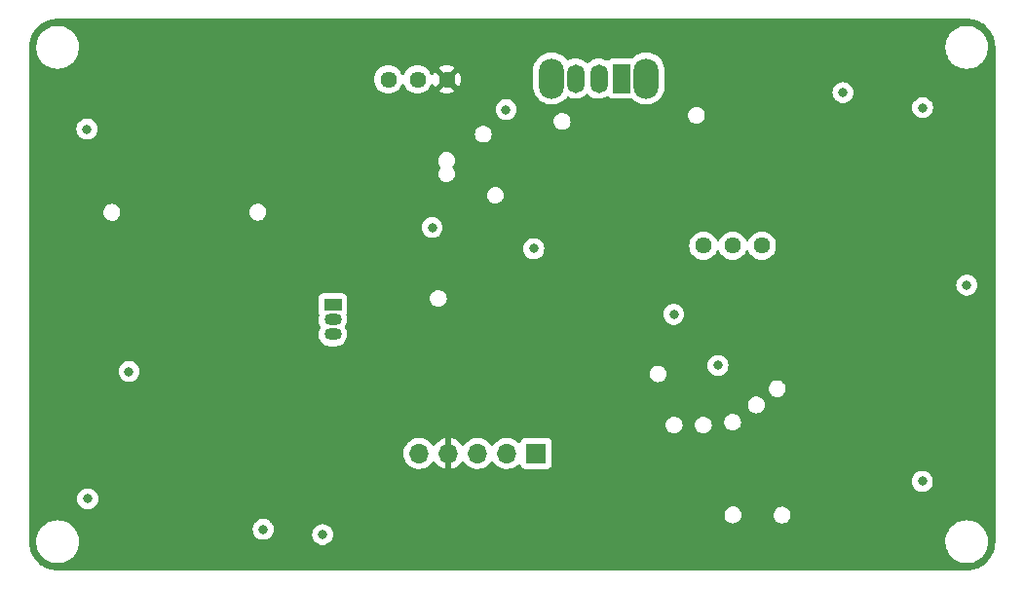
<source format=gbr>
%TF.GenerationSoftware,KiCad,Pcbnew,6.0.7*%
%TF.CreationDate,2022-10-27T22:17:25-04:00*%
%TF.ProjectId,RadarProject,52616461-7250-4726-9f6a-6563742e6b69,rev?*%
%TF.SameCoordinates,Original*%
%TF.FileFunction,Copper,L3,Inr*%
%TF.FilePolarity,Positive*%
%FSLAX46Y46*%
G04 Gerber Fmt 4.6, Leading zero omitted, Abs format (unit mm)*
G04 Created by KiCad (PCBNEW 6.0.7) date 2022-10-27 22:17:25*
%MOMM*%
%LPD*%
G01*
G04 APERTURE LIST*
%TA.AperFunction,ComponentPad*%
%ADD10C,1.440000*%
%TD*%
%TA.AperFunction,ComponentPad*%
%ADD11R,1.500000X1.050000*%
%TD*%
%TA.AperFunction,ComponentPad*%
%ADD12O,1.500000X1.050000*%
%TD*%
%TA.AperFunction,ComponentPad*%
%ADD13R,1.700000X1.700000*%
%TD*%
%TA.AperFunction,ComponentPad*%
%ADD14O,1.700000X1.700000*%
%TD*%
%TA.AperFunction,ComponentPad*%
%ADD15O,2.200000X3.500000*%
%TD*%
%TA.AperFunction,ComponentPad*%
%ADD16R,1.500000X2.500000*%
%TD*%
%TA.AperFunction,ComponentPad*%
%ADD17O,1.500000X2.500000*%
%TD*%
%TA.AperFunction,ViaPad*%
%ADD18C,0.800000*%
%TD*%
G04 APERTURE END LIST*
D10*
%TO.N,+5V*%
%TO.C,RV1*%
X56810000Y-25797500D03*
%TO.N,Net-(R8-Pad1)*%
X54270000Y-25797500D03*
%TO.N,Earth*%
X51730000Y-25797500D03*
%TD*%
D11*
%TO.N,Net-(Q1-Pad1)*%
%TO.C,Q1*%
X46902500Y-45420000D03*
D12*
%TO.N,Net-(Q1-Pad2)*%
X46902500Y-46690000D03*
%TO.N,Earth*%
X46902500Y-47960000D03*
%TD*%
D13*
%TO.N,Earth*%
%TO.C,J3*%
X64570000Y-58320000D03*
D14*
%TO.N,unconnected-(J3-Pad2)*%
X62030000Y-58320000D03*
%TO.N,Net-(J3-Pad3)*%
X59490000Y-58320000D03*
%TO.N,+5V*%
X56950000Y-58320000D03*
%TO.N,Net-(J3-Pad5)*%
X54410000Y-58320000D03*
%TD*%
D10*
%TO.N,Net-(R6-Pad2)*%
%TO.C,RV2*%
X79110000Y-40247500D03*
%TO.N,Net-(R12-Pad1)*%
X81650000Y-40247500D03*
X84190000Y-40247500D03*
%TD*%
D15*
%TO.N,*%
%TO.C,SW1*%
X65930000Y-25710000D03*
X74130000Y-25710000D03*
D16*
%TO.N,Net-(C11-Pad2)*%
X72030000Y-25710000D03*
D17*
%TO.N,Net-(J3-Pad5)*%
X70030000Y-25710000D03*
%TO.N,Net-(R31-Pad1)*%
X68030000Y-25710000D03*
%TD*%
D18*
%TO.N,Earth*%
X61970000Y-28420000D03*
X25610000Y-62280000D03*
X76540000Y-46220000D03*
X40860000Y-64920000D03*
X98160000Y-28250000D03*
X102000000Y-43680000D03*
X46020000Y-65380000D03*
X64370000Y-40520000D03*
X25540000Y-30110000D03*
X80380000Y-50670000D03*
X55550000Y-38680000D03*
X29196250Y-51200000D03*
X98140000Y-60750000D03*
X91240000Y-26940000D03*
%TO.N,+5V*%
X77420000Y-44710000D03*
X80380000Y-54480000D03*
X55530000Y-34000000D03*
X60060000Y-25800000D03*
X50570000Y-45170000D03*
X85620000Y-60970000D03*
X81240000Y-34140000D03*
X95190000Y-49500000D03*
X61360000Y-46690000D03*
X46390000Y-31000000D03*
X85260000Y-23330000D03*
X25590000Y-57150000D03*
X79840000Y-64330000D03*
X25450000Y-32650000D03*
%TD*%
%TA.AperFunction,Conductor*%
%TO.N,+5V*%
G36*
X101970018Y-20510000D02*
G01*
X101984851Y-20512310D01*
X101984855Y-20512310D01*
X101993724Y-20513691D01*
X102010923Y-20511442D01*
X102034863Y-20510609D01*
X102292710Y-20526206D01*
X102307814Y-20528040D01*
X102379786Y-20541229D01*
X102588760Y-20579525D01*
X102603526Y-20583164D01*
X102876231Y-20668142D01*
X102890445Y-20673534D01*
X103108223Y-20771547D01*
X103150906Y-20790757D01*
X103164379Y-20797828D01*
X103408813Y-20945595D01*
X103421334Y-20954238D01*
X103646171Y-21130385D01*
X103657560Y-21140475D01*
X103859525Y-21342440D01*
X103869615Y-21353829D01*
X104045762Y-21578666D01*
X104054405Y-21591187D01*
X104202172Y-21835621D01*
X104209242Y-21849092D01*
X104326466Y-22109555D01*
X104331858Y-22123769D01*
X104371168Y-22249921D01*
X104416836Y-22396473D01*
X104420475Y-22411240D01*
X104424223Y-22431688D01*
X104471960Y-22692186D01*
X104473794Y-22707290D01*
X104488953Y-22957904D01*
X104487692Y-22984716D01*
X104487690Y-22984852D01*
X104486309Y-22993724D01*
X104487473Y-23002626D01*
X104487473Y-23002628D01*
X104490436Y-23025283D01*
X104491500Y-23041621D01*
X104491500Y-65950633D01*
X104490000Y-65970018D01*
X104487690Y-65984851D01*
X104487690Y-65984855D01*
X104486309Y-65993724D01*
X104488558Y-66010919D01*
X104489391Y-66034863D01*
X104473794Y-66292710D01*
X104471960Y-66307814D01*
X104470605Y-66315209D01*
X104423410Y-66572750D01*
X104420477Y-66588754D01*
X104416836Y-66603526D01*
X104349847Y-66818503D01*
X104331859Y-66876227D01*
X104326466Y-66890445D01*
X104209243Y-67150906D01*
X104202172Y-67164379D01*
X104054405Y-67408813D01*
X104045762Y-67421334D01*
X103869615Y-67646171D01*
X103859525Y-67657560D01*
X103657560Y-67859525D01*
X103646171Y-67869615D01*
X103421334Y-68045762D01*
X103408813Y-68054405D01*
X103164379Y-68202172D01*
X103150908Y-68209242D01*
X102890445Y-68326466D01*
X102876231Y-68331858D01*
X102603527Y-68416836D01*
X102588760Y-68420475D01*
X102379786Y-68458771D01*
X102307814Y-68471960D01*
X102292710Y-68473794D01*
X102042096Y-68488953D01*
X102015284Y-68487692D01*
X102015148Y-68487690D01*
X102006276Y-68486309D01*
X101997374Y-68487473D01*
X101997372Y-68487473D01*
X101982707Y-68489391D01*
X101974714Y-68490436D01*
X101958379Y-68491500D01*
X23049367Y-68491500D01*
X23029982Y-68490000D01*
X23015149Y-68487690D01*
X23015145Y-68487690D01*
X23006276Y-68486309D01*
X22989077Y-68488558D01*
X22965137Y-68489391D01*
X22707290Y-68473794D01*
X22692186Y-68471960D01*
X22620214Y-68458771D01*
X22411240Y-68420475D01*
X22396473Y-68416836D01*
X22123769Y-68331858D01*
X22109555Y-68326466D01*
X21849092Y-68209242D01*
X21835621Y-68202172D01*
X21591187Y-68054405D01*
X21578666Y-68045762D01*
X21353829Y-67869615D01*
X21342440Y-67859525D01*
X21140475Y-67657560D01*
X21130385Y-67646171D01*
X20954238Y-67421334D01*
X20945595Y-67408813D01*
X20797828Y-67164379D01*
X20790757Y-67150906D01*
X20673534Y-66890445D01*
X20668141Y-66876227D01*
X20650154Y-66818503D01*
X20583164Y-66603526D01*
X20579523Y-66588754D01*
X20576591Y-66572750D01*
X20529395Y-66315209D01*
X20528040Y-66307814D01*
X20526206Y-66292710D01*
X20511269Y-66045768D01*
X20511454Y-66042277D01*
X21137009Y-66042277D01*
X21162625Y-66310769D01*
X21163710Y-66315203D01*
X21163711Y-66315209D01*
X21225645Y-66568312D01*
X21226731Y-66572750D01*
X21327985Y-66822733D01*
X21464265Y-67055482D01*
X21467118Y-67059049D01*
X21584686Y-67206060D01*
X21632716Y-67266119D01*
X21829809Y-67450234D01*
X22051416Y-67603968D01*
X22055499Y-67605999D01*
X22055502Y-67606001D01*
X22136248Y-67646171D01*
X22292894Y-67724101D01*
X22297228Y-67725522D01*
X22297231Y-67725523D01*
X22544853Y-67806698D01*
X22544859Y-67806699D01*
X22549186Y-67808118D01*
X22553677Y-67808898D01*
X22553678Y-67808898D01*
X22811140Y-67853601D01*
X22811148Y-67853602D01*
X22814921Y-67854257D01*
X22818758Y-67854448D01*
X22898578Y-67858422D01*
X22898586Y-67858422D01*
X22900149Y-67858500D01*
X23068512Y-67858500D01*
X23070780Y-67858335D01*
X23070792Y-67858335D01*
X23201884Y-67848823D01*
X23269004Y-67843953D01*
X23273459Y-67842969D01*
X23273462Y-67842969D01*
X23527912Y-67786791D01*
X23527916Y-67786790D01*
X23532372Y-67785806D01*
X23658480Y-67738028D01*
X23780318Y-67691868D01*
X23780321Y-67691867D01*
X23784588Y-67690250D01*
X24020368Y-67559286D01*
X24234773Y-67395657D01*
X24423312Y-67202792D01*
X24582034Y-66984730D01*
X24665190Y-66826676D01*
X24705490Y-66750079D01*
X24705493Y-66750073D01*
X24707615Y-66746039D01*
X24729065Y-66685300D01*
X24795902Y-66496033D01*
X24795902Y-66496032D01*
X24797425Y-66491720D01*
X24833090Y-66310769D01*
X24848700Y-66231572D01*
X24848701Y-66231566D01*
X24849581Y-66227100D01*
X24857956Y-66058866D01*
X24862764Y-65962292D01*
X24862764Y-65962286D01*
X24862991Y-65957723D01*
X24837375Y-65689231D01*
X24814062Y-65593955D01*
X24774355Y-65431688D01*
X24773269Y-65427250D01*
X24672015Y-65177267D01*
X24535735Y-64944518D01*
X24516127Y-64920000D01*
X39946496Y-64920000D01*
X39966458Y-65109928D01*
X40025473Y-65291556D01*
X40120960Y-65456944D01*
X40125378Y-65461851D01*
X40125379Y-65461852D01*
X40167183Y-65508280D01*
X40248747Y-65598866D01*
X40347843Y-65670864D01*
X40379389Y-65693783D01*
X40403248Y-65711118D01*
X40409276Y-65713802D01*
X40409278Y-65713803D01*
X40531969Y-65768428D01*
X40577712Y-65788794D01*
X40671112Y-65808647D01*
X40758056Y-65827128D01*
X40758061Y-65827128D01*
X40764513Y-65828500D01*
X40955487Y-65828500D01*
X40961939Y-65827128D01*
X40961944Y-65827128D01*
X41048888Y-65808647D01*
X41142288Y-65788794D01*
X41188031Y-65768428D01*
X41310722Y-65713803D01*
X41310724Y-65713802D01*
X41316752Y-65711118D01*
X41340612Y-65693783D01*
X41372157Y-65670864D01*
X41471253Y-65598866D01*
X41552817Y-65508280D01*
X41594621Y-65461852D01*
X41594622Y-65461851D01*
X41599040Y-65456944D01*
X41643464Y-65380000D01*
X45106496Y-65380000D01*
X45107186Y-65386565D01*
X45119979Y-65508280D01*
X45126458Y-65569928D01*
X45185473Y-65751556D01*
X45188776Y-65757278D01*
X45188777Y-65757279D01*
X45222686Y-65816010D01*
X45280960Y-65916944D01*
X45285378Y-65921851D01*
X45285379Y-65921852D01*
X45397912Y-66046833D01*
X45408747Y-66058866D01*
X45563248Y-66171118D01*
X45569276Y-66173802D01*
X45569278Y-66173803D01*
X45731681Y-66246109D01*
X45737712Y-66248794D01*
X45831113Y-66268647D01*
X45918056Y-66287128D01*
X45918061Y-66287128D01*
X45924513Y-66288500D01*
X46115487Y-66288500D01*
X46121939Y-66287128D01*
X46121944Y-66287128D01*
X46208888Y-66268647D01*
X46302288Y-66248794D01*
X46308319Y-66246109D01*
X46470722Y-66173803D01*
X46470724Y-66173802D01*
X46476752Y-66171118D01*
X46631253Y-66058866D01*
X46642088Y-66046833D01*
X46646190Y-66042277D01*
X100137009Y-66042277D01*
X100162625Y-66310769D01*
X100163710Y-66315203D01*
X100163711Y-66315209D01*
X100225645Y-66568312D01*
X100226731Y-66572750D01*
X100327985Y-66822733D01*
X100464265Y-67055482D01*
X100467118Y-67059049D01*
X100584686Y-67206060D01*
X100632716Y-67266119D01*
X100829809Y-67450234D01*
X101051416Y-67603968D01*
X101055499Y-67605999D01*
X101055502Y-67606001D01*
X101136248Y-67646171D01*
X101292894Y-67724101D01*
X101297228Y-67725522D01*
X101297231Y-67725523D01*
X101544853Y-67806698D01*
X101544859Y-67806699D01*
X101549186Y-67808118D01*
X101553677Y-67808898D01*
X101553678Y-67808898D01*
X101811140Y-67853601D01*
X101811148Y-67853602D01*
X101814921Y-67854257D01*
X101818758Y-67854448D01*
X101898578Y-67858422D01*
X101898586Y-67858422D01*
X101900149Y-67858500D01*
X102068512Y-67858500D01*
X102070780Y-67858335D01*
X102070792Y-67858335D01*
X102201884Y-67848823D01*
X102269004Y-67843953D01*
X102273459Y-67842969D01*
X102273462Y-67842969D01*
X102527912Y-67786791D01*
X102527916Y-67786790D01*
X102532372Y-67785806D01*
X102658480Y-67738028D01*
X102780318Y-67691868D01*
X102780321Y-67691867D01*
X102784588Y-67690250D01*
X103020368Y-67559286D01*
X103234773Y-67395657D01*
X103423312Y-67202792D01*
X103582034Y-66984730D01*
X103665190Y-66826676D01*
X103705490Y-66750079D01*
X103705493Y-66750073D01*
X103707615Y-66746039D01*
X103729065Y-66685300D01*
X103795902Y-66496033D01*
X103795902Y-66496032D01*
X103797425Y-66491720D01*
X103833090Y-66310769D01*
X103848700Y-66231572D01*
X103848701Y-66231566D01*
X103849581Y-66227100D01*
X103857956Y-66058866D01*
X103862764Y-65962292D01*
X103862764Y-65962286D01*
X103862991Y-65957723D01*
X103837375Y-65689231D01*
X103814062Y-65593955D01*
X103774355Y-65431688D01*
X103773269Y-65427250D01*
X103672015Y-65177267D01*
X103535735Y-64944518D01*
X103417928Y-64797208D01*
X103370136Y-64737447D01*
X103370135Y-64737445D01*
X103367284Y-64733881D01*
X103170191Y-64549766D01*
X102948584Y-64396032D01*
X102944501Y-64394001D01*
X102944498Y-64393999D01*
X102779606Y-64311967D01*
X102707106Y-64275899D01*
X102702772Y-64274478D01*
X102702769Y-64274477D01*
X102455147Y-64193302D01*
X102455141Y-64193301D01*
X102450814Y-64191882D01*
X102446322Y-64191102D01*
X102188860Y-64146399D01*
X102188852Y-64146398D01*
X102185079Y-64145743D01*
X102173817Y-64145182D01*
X102101422Y-64141578D01*
X102101414Y-64141578D01*
X102099851Y-64141500D01*
X101931488Y-64141500D01*
X101929220Y-64141665D01*
X101929208Y-64141665D01*
X101798116Y-64151177D01*
X101730996Y-64156047D01*
X101726541Y-64157031D01*
X101726538Y-64157031D01*
X101472088Y-64213209D01*
X101472084Y-64213210D01*
X101467628Y-64214194D01*
X101382131Y-64246586D01*
X101219682Y-64308132D01*
X101219679Y-64308133D01*
X101215412Y-64309750D01*
X100979632Y-64440714D01*
X100765227Y-64604343D01*
X100576688Y-64797208D01*
X100417966Y-65015270D01*
X100415844Y-65019304D01*
X100294510Y-65249921D01*
X100294507Y-65249927D01*
X100292385Y-65253961D01*
X100290865Y-65258266D01*
X100290863Y-65258270D01*
X100204098Y-65503967D01*
X100202575Y-65508280D01*
X100189187Y-65576206D01*
X100153498Y-65757279D01*
X100150419Y-65772900D01*
X100150192Y-65777453D01*
X100150192Y-65777456D01*
X100137878Y-66024823D01*
X100137009Y-66042277D01*
X46646190Y-66042277D01*
X46754621Y-65921852D01*
X46754622Y-65921851D01*
X46759040Y-65916944D01*
X46817314Y-65816010D01*
X46851223Y-65757279D01*
X46851224Y-65757278D01*
X46854527Y-65751556D01*
X46913542Y-65569928D01*
X46920022Y-65508280D01*
X46932814Y-65386565D01*
X46933504Y-65380000D01*
X46913542Y-65190072D01*
X46854527Y-65008444D01*
X46759040Y-64843056D01*
X46660739Y-64733881D01*
X46635675Y-64706045D01*
X46635674Y-64706044D01*
X46631253Y-64701134D01*
X46476752Y-64588882D01*
X46470724Y-64586198D01*
X46470722Y-64586197D01*
X46308319Y-64513891D01*
X46308318Y-64513891D01*
X46302288Y-64511206D01*
X46208888Y-64491353D01*
X46121944Y-64472872D01*
X46121939Y-64472872D01*
X46115487Y-64471500D01*
X45924513Y-64471500D01*
X45918061Y-64472872D01*
X45918056Y-64472872D01*
X45831113Y-64491353D01*
X45737712Y-64511206D01*
X45731682Y-64513891D01*
X45731681Y-64513891D01*
X45569278Y-64586197D01*
X45569276Y-64586198D01*
X45563248Y-64588882D01*
X45408747Y-64701134D01*
X45404326Y-64706044D01*
X45404325Y-64706045D01*
X45379262Y-64733881D01*
X45280960Y-64843056D01*
X45185473Y-65008444D01*
X45126458Y-65190072D01*
X45106496Y-65380000D01*
X41643464Y-65380000D01*
X41694527Y-65291556D01*
X41753542Y-65109928D01*
X41773504Y-64920000D01*
X41753542Y-64730072D01*
X41694527Y-64548444D01*
X41672236Y-64509834D01*
X41609082Y-64400449D01*
X41599040Y-64383056D01*
X41566853Y-64347308D01*
X41475675Y-64246045D01*
X41475674Y-64246044D01*
X41471253Y-64241134D01*
X41334346Y-64141665D01*
X41322094Y-64132763D01*
X41322093Y-64132762D01*
X41316752Y-64128882D01*
X41310724Y-64126198D01*
X41310722Y-64126197D01*
X41148319Y-64053891D01*
X41148318Y-64053891D01*
X41142288Y-64051206D01*
X41048887Y-64031353D01*
X40961944Y-64012872D01*
X40961939Y-64012872D01*
X40955487Y-64011500D01*
X40764513Y-64011500D01*
X40758061Y-64012872D01*
X40758056Y-64012872D01*
X40671112Y-64031353D01*
X40577712Y-64051206D01*
X40571682Y-64053891D01*
X40571681Y-64053891D01*
X40409278Y-64126197D01*
X40409276Y-64126198D01*
X40403248Y-64128882D01*
X40397907Y-64132762D01*
X40397906Y-64132763D01*
X40385654Y-64141665D01*
X40248747Y-64241134D01*
X40244326Y-64246044D01*
X40244325Y-64246045D01*
X40153148Y-64347308D01*
X40120960Y-64383056D01*
X40110918Y-64400449D01*
X40047765Y-64509834D01*
X40025473Y-64548444D01*
X39966458Y-64730072D01*
X39946496Y-64920000D01*
X24516127Y-64920000D01*
X24417928Y-64797208D01*
X24370136Y-64737447D01*
X24370135Y-64737445D01*
X24367284Y-64733881D01*
X24170191Y-64549766D01*
X23948584Y-64396032D01*
X23944501Y-64394001D01*
X23944498Y-64393999D01*
X23779606Y-64311967D01*
X23707106Y-64275899D01*
X23702772Y-64274478D01*
X23702769Y-64274477D01*
X23455147Y-64193302D01*
X23455141Y-64193301D01*
X23450814Y-64191882D01*
X23446322Y-64191102D01*
X23188860Y-64146399D01*
X23188852Y-64146398D01*
X23185079Y-64145743D01*
X23173817Y-64145182D01*
X23101422Y-64141578D01*
X23101414Y-64141578D01*
X23099851Y-64141500D01*
X22931488Y-64141500D01*
X22929220Y-64141665D01*
X22929208Y-64141665D01*
X22798116Y-64151177D01*
X22730996Y-64156047D01*
X22726541Y-64157031D01*
X22726538Y-64157031D01*
X22472088Y-64213209D01*
X22472084Y-64213210D01*
X22467628Y-64214194D01*
X22382131Y-64246586D01*
X22219682Y-64308132D01*
X22219679Y-64308133D01*
X22215412Y-64309750D01*
X21979632Y-64440714D01*
X21765227Y-64604343D01*
X21576688Y-64797208D01*
X21417966Y-65015270D01*
X21415844Y-65019304D01*
X21294510Y-65249921D01*
X21294507Y-65249927D01*
X21292385Y-65253961D01*
X21290865Y-65258266D01*
X21290863Y-65258270D01*
X21204098Y-65503967D01*
X21202575Y-65508280D01*
X21189187Y-65576206D01*
X21153498Y-65757279D01*
X21150419Y-65772900D01*
X21150192Y-65777453D01*
X21150192Y-65777456D01*
X21137878Y-66024823D01*
X21137009Y-66042277D01*
X20511454Y-66042277D01*
X20512520Y-66022216D01*
X20512334Y-66022199D01*
X20512769Y-66017350D01*
X20513576Y-66012552D01*
X20513729Y-66000000D01*
X20509773Y-65972376D01*
X20508500Y-65954514D01*
X20508500Y-63657264D01*
X80946961Y-63657264D01*
X80962910Y-63819922D01*
X80965134Y-63826607D01*
X80965134Y-63826608D01*
X80976181Y-63859817D01*
X81014499Y-63975005D01*
X81099165Y-64114804D01*
X81212698Y-64232371D01*
X81218590Y-64236226D01*
X81218594Y-64236230D01*
X81302553Y-64291171D01*
X81349457Y-64321864D01*
X81376347Y-64331864D01*
X81496048Y-64376380D01*
X81496051Y-64376381D01*
X81502645Y-64378833D01*
X81509622Y-64379764D01*
X81657666Y-64399518D01*
X81657670Y-64399518D01*
X81664647Y-64400449D01*
X81671658Y-64399811D01*
X81671662Y-64399811D01*
X81820391Y-64386275D01*
X81827412Y-64385636D01*
X81834114Y-64383458D01*
X81834116Y-64383458D01*
X81976152Y-64337308D01*
X81976155Y-64337307D01*
X81982851Y-64335131D01*
X82021709Y-64311967D01*
X82117186Y-64255052D01*
X82117188Y-64255051D01*
X82123238Y-64251444D01*
X82241595Y-64138734D01*
X82332040Y-64002603D01*
X82383779Y-63866400D01*
X82387578Y-63856400D01*
X82387579Y-63856395D01*
X82390078Y-63849817D01*
X82391058Y-63842845D01*
X82412273Y-63691893D01*
X82412273Y-63691888D01*
X82412824Y-63687970D01*
X82412970Y-63677500D01*
X82413055Y-63671462D01*
X82413055Y-63671456D01*
X82413110Y-63667500D01*
X82413084Y-63667264D01*
X85216961Y-63667264D01*
X85232910Y-63829922D01*
X85235134Y-63836607D01*
X85235134Y-63836608D01*
X85258705Y-63907464D01*
X85284499Y-63985005D01*
X85288148Y-63991030D01*
X85363109Y-64114804D01*
X85369165Y-64124804D01*
X85374056Y-64129869D01*
X85374057Y-64129870D01*
X85390019Y-64146399D01*
X85482698Y-64242371D01*
X85488590Y-64246226D01*
X85488594Y-64246230D01*
X85537042Y-64277933D01*
X85619457Y-64331864D01*
X85655132Y-64345131D01*
X85766048Y-64386380D01*
X85766051Y-64386381D01*
X85772645Y-64388833D01*
X85779622Y-64389764D01*
X85927666Y-64409518D01*
X85927670Y-64409518D01*
X85934647Y-64410449D01*
X85941658Y-64409811D01*
X85941662Y-64409811D01*
X86090391Y-64396275D01*
X86097412Y-64395636D01*
X86104114Y-64393458D01*
X86104116Y-64393458D01*
X86246152Y-64347308D01*
X86246155Y-64347307D01*
X86252851Y-64345131D01*
X86281575Y-64328008D01*
X86387186Y-64265052D01*
X86387188Y-64265051D01*
X86393238Y-64261444D01*
X86511595Y-64148734D01*
X86602040Y-64012603D01*
X86618862Y-63968319D01*
X86657578Y-63866400D01*
X86657579Y-63866395D01*
X86660078Y-63859817D01*
X86661058Y-63852845D01*
X86682273Y-63701893D01*
X86682273Y-63701888D01*
X86682824Y-63697970D01*
X86683110Y-63677500D01*
X86664892Y-63515081D01*
X86611142Y-63360734D01*
X86524534Y-63222130D01*
X86519572Y-63217133D01*
X86414333Y-63111157D01*
X86414329Y-63111154D01*
X86409370Y-63106160D01*
X86393536Y-63096111D01*
X86348037Y-63067237D01*
X86271374Y-63018585D01*
X86246835Y-63009847D01*
X86124041Y-62966122D01*
X86124036Y-62966121D01*
X86117406Y-62963760D01*
X86110418Y-62962927D01*
X86110415Y-62962926D01*
X85999476Y-62949697D01*
X85955118Y-62944408D01*
X85948115Y-62945144D01*
X85948114Y-62945144D01*
X85799575Y-62960756D01*
X85799573Y-62960757D01*
X85792575Y-62961492D01*
X85711273Y-62989169D01*
X85644527Y-63011891D01*
X85644524Y-63011892D01*
X85637857Y-63014162D01*
X85498652Y-63099801D01*
X85487056Y-63111157D01*
X85389049Y-63207133D01*
X85381880Y-63214153D01*
X85293345Y-63351534D01*
X85290936Y-63358154D01*
X85290935Y-63358155D01*
X85265395Y-63428325D01*
X85237446Y-63505115D01*
X85216961Y-63667264D01*
X82413084Y-63667264D01*
X82404087Y-63587060D01*
X82395677Y-63512077D01*
X82395676Y-63512075D01*
X82394892Y-63505081D01*
X82341142Y-63350734D01*
X82283774Y-63258924D01*
X82258266Y-63218102D01*
X82258264Y-63218100D01*
X82254534Y-63212130D01*
X82249572Y-63207133D01*
X82144333Y-63101157D01*
X82144329Y-63101154D01*
X82139370Y-63096160D01*
X82123536Y-63086111D01*
X82017131Y-63018585D01*
X82001374Y-63008585D01*
X81976835Y-62999847D01*
X81854041Y-62956122D01*
X81854036Y-62956121D01*
X81847406Y-62953760D01*
X81840418Y-62952927D01*
X81840415Y-62952926D01*
X81729476Y-62939697D01*
X81685118Y-62934408D01*
X81678115Y-62935144D01*
X81678114Y-62935144D01*
X81529575Y-62950756D01*
X81529573Y-62950757D01*
X81522575Y-62951492D01*
X81441273Y-62979169D01*
X81374527Y-63001891D01*
X81374524Y-63001892D01*
X81367857Y-63004162D01*
X81361858Y-63007852D01*
X81361857Y-63007853D01*
X81338270Y-63022364D01*
X81228652Y-63089801D01*
X81217056Y-63101157D01*
X81167010Y-63150166D01*
X81111880Y-63204153D01*
X81023345Y-63341534D01*
X81020936Y-63348154D01*
X81020935Y-63348155D01*
X81017295Y-63358155D01*
X80967446Y-63495115D01*
X80946961Y-63657264D01*
X20508500Y-63657264D01*
X20508500Y-62280000D01*
X24696496Y-62280000D01*
X24716458Y-62469928D01*
X24775473Y-62651556D01*
X24870960Y-62816944D01*
X24875378Y-62821851D01*
X24875379Y-62821852D01*
X24994150Y-62953761D01*
X24998747Y-62958866D01*
X25153248Y-63071118D01*
X25159276Y-63073802D01*
X25159278Y-63073803D01*
X25321681Y-63146109D01*
X25327712Y-63148794D01*
X25421113Y-63168647D01*
X25508056Y-63187128D01*
X25508061Y-63187128D01*
X25514513Y-63188500D01*
X25705487Y-63188500D01*
X25711939Y-63187128D01*
X25711944Y-63187128D01*
X25798887Y-63168647D01*
X25892288Y-63148794D01*
X25898319Y-63146109D01*
X26060722Y-63073803D01*
X26060724Y-63073802D01*
X26066752Y-63071118D01*
X26221253Y-62958866D01*
X26225850Y-62953761D01*
X26344621Y-62821852D01*
X26344622Y-62821851D01*
X26349040Y-62816944D01*
X26444527Y-62651556D01*
X26503542Y-62469928D01*
X26523504Y-62280000D01*
X26503542Y-62090072D01*
X26444527Y-61908444D01*
X26349040Y-61743056D01*
X26238390Y-61620166D01*
X26225675Y-61606045D01*
X26225674Y-61606044D01*
X26221253Y-61601134D01*
X26066752Y-61488882D01*
X26060724Y-61486198D01*
X26060722Y-61486197D01*
X25898319Y-61413891D01*
X25898318Y-61413891D01*
X25892288Y-61411206D01*
X25798887Y-61391353D01*
X25711944Y-61372872D01*
X25711939Y-61372872D01*
X25705487Y-61371500D01*
X25514513Y-61371500D01*
X25508061Y-61372872D01*
X25508056Y-61372872D01*
X25421112Y-61391353D01*
X25327712Y-61411206D01*
X25321682Y-61413891D01*
X25321681Y-61413891D01*
X25159278Y-61486197D01*
X25159276Y-61486198D01*
X25153248Y-61488882D01*
X24998747Y-61601134D01*
X24994326Y-61606044D01*
X24994325Y-61606045D01*
X24981611Y-61620166D01*
X24870960Y-61743056D01*
X24775473Y-61908444D01*
X24716458Y-62090072D01*
X24696496Y-62280000D01*
X20508500Y-62280000D01*
X20508500Y-60750000D01*
X97226496Y-60750000D01*
X97246458Y-60939928D01*
X97305473Y-61121556D01*
X97400960Y-61286944D01*
X97405378Y-61291851D01*
X97405379Y-61291852D01*
X97512846Y-61411206D01*
X97528747Y-61428866D01*
X97683248Y-61541118D01*
X97689276Y-61543802D01*
X97689278Y-61543803D01*
X97829077Y-61606045D01*
X97857712Y-61618794D01*
X97951112Y-61638647D01*
X98038056Y-61657128D01*
X98038061Y-61657128D01*
X98044513Y-61658500D01*
X98235487Y-61658500D01*
X98241939Y-61657128D01*
X98241944Y-61657128D01*
X98328887Y-61638647D01*
X98422288Y-61618794D01*
X98450923Y-61606045D01*
X98590722Y-61543803D01*
X98590724Y-61543802D01*
X98596752Y-61541118D01*
X98751253Y-61428866D01*
X98767154Y-61411206D01*
X98874621Y-61291852D01*
X98874622Y-61291851D01*
X98879040Y-61286944D01*
X98974527Y-61121556D01*
X99033542Y-60939928D01*
X99053504Y-60750000D01*
X99033542Y-60560072D01*
X98974527Y-60378444D01*
X98879040Y-60213056D01*
X98751253Y-60071134D01*
X98596752Y-59958882D01*
X98590724Y-59956198D01*
X98590722Y-59956197D01*
X98428319Y-59883891D01*
X98428318Y-59883891D01*
X98422288Y-59881206D01*
X98328887Y-59861353D01*
X98241944Y-59842872D01*
X98241939Y-59842872D01*
X98235487Y-59841500D01*
X98044513Y-59841500D01*
X98038061Y-59842872D01*
X98038056Y-59842872D01*
X97951113Y-59861353D01*
X97857712Y-59881206D01*
X97851682Y-59883891D01*
X97851681Y-59883891D01*
X97689278Y-59956197D01*
X97689276Y-59956198D01*
X97683248Y-59958882D01*
X97528747Y-60071134D01*
X97400960Y-60213056D01*
X97305473Y-60378444D01*
X97246458Y-60560072D01*
X97226496Y-60750000D01*
X20508500Y-60750000D01*
X20508500Y-58286695D01*
X53047251Y-58286695D01*
X53060110Y-58509715D01*
X53061247Y-58514761D01*
X53061248Y-58514767D01*
X53082275Y-58608069D01*
X53109222Y-58727639D01*
X53193266Y-58934616D01*
X53230685Y-58995678D01*
X53307291Y-59120688D01*
X53309987Y-59125088D01*
X53456250Y-59293938D01*
X53628126Y-59436632D01*
X53821000Y-59549338D01*
X54029692Y-59629030D01*
X54034760Y-59630061D01*
X54034763Y-59630062D01*
X54129862Y-59649410D01*
X54248597Y-59673567D01*
X54253772Y-59673757D01*
X54253774Y-59673757D01*
X54466673Y-59681564D01*
X54466677Y-59681564D01*
X54471837Y-59681753D01*
X54476957Y-59681097D01*
X54476959Y-59681097D01*
X54688288Y-59654025D01*
X54688289Y-59654025D01*
X54693416Y-59653368D01*
X54698366Y-59651883D01*
X54902429Y-59590661D01*
X54902434Y-59590659D01*
X54907384Y-59589174D01*
X55107994Y-59490896D01*
X55289860Y-59361173D01*
X55448096Y-59203489D01*
X55507594Y-59120689D01*
X55578453Y-59022077D01*
X55579640Y-59022930D01*
X55626960Y-58979362D01*
X55696897Y-58967145D01*
X55762338Y-58994678D01*
X55790166Y-59026511D01*
X55847694Y-59120388D01*
X55853777Y-59128699D01*
X55993213Y-59289667D01*
X56000580Y-59296883D01*
X56164434Y-59432916D01*
X56172881Y-59438831D01*
X56356756Y-59546279D01*
X56366042Y-59550729D01*
X56565001Y-59626703D01*
X56574899Y-59629579D01*
X56678250Y-59650606D01*
X56692299Y-59649410D01*
X56696000Y-59639065D01*
X56696000Y-59638517D01*
X57204000Y-59638517D01*
X57208064Y-59652359D01*
X57221478Y-59654393D01*
X57228184Y-59653534D01*
X57238262Y-59651392D01*
X57442255Y-59590191D01*
X57451842Y-59586433D01*
X57643095Y-59492739D01*
X57651945Y-59487464D01*
X57825328Y-59363792D01*
X57833200Y-59357139D01*
X57984052Y-59206812D01*
X57990730Y-59198965D01*
X58118022Y-59021819D01*
X58119279Y-59022722D01*
X58166373Y-58979362D01*
X58236311Y-58967145D01*
X58301751Y-58994678D01*
X58329579Y-59026511D01*
X58389987Y-59125088D01*
X58536250Y-59293938D01*
X58708126Y-59436632D01*
X58901000Y-59549338D01*
X59109692Y-59629030D01*
X59114760Y-59630061D01*
X59114763Y-59630062D01*
X59209862Y-59649410D01*
X59328597Y-59673567D01*
X59333772Y-59673757D01*
X59333774Y-59673757D01*
X59546673Y-59681564D01*
X59546677Y-59681564D01*
X59551837Y-59681753D01*
X59556957Y-59681097D01*
X59556959Y-59681097D01*
X59768288Y-59654025D01*
X59768289Y-59654025D01*
X59773416Y-59653368D01*
X59778366Y-59651883D01*
X59982429Y-59590661D01*
X59982434Y-59590659D01*
X59987384Y-59589174D01*
X60187994Y-59490896D01*
X60369860Y-59361173D01*
X60528096Y-59203489D01*
X60587594Y-59120689D01*
X60658453Y-59022077D01*
X60659776Y-59023028D01*
X60706645Y-58979857D01*
X60776580Y-58967625D01*
X60842026Y-58995144D01*
X60869875Y-59026994D01*
X60929987Y-59125088D01*
X61076250Y-59293938D01*
X61248126Y-59436632D01*
X61441000Y-59549338D01*
X61649692Y-59629030D01*
X61654760Y-59630061D01*
X61654763Y-59630062D01*
X61749862Y-59649410D01*
X61868597Y-59673567D01*
X61873772Y-59673757D01*
X61873774Y-59673757D01*
X62086673Y-59681564D01*
X62086677Y-59681564D01*
X62091837Y-59681753D01*
X62096957Y-59681097D01*
X62096959Y-59681097D01*
X62308288Y-59654025D01*
X62308289Y-59654025D01*
X62313416Y-59653368D01*
X62318366Y-59651883D01*
X62522429Y-59590661D01*
X62522434Y-59590659D01*
X62527384Y-59589174D01*
X62727994Y-59490896D01*
X62909860Y-59361173D01*
X63018091Y-59253319D01*
X63080462Y-59219404D01*
X63151268Y-59224592D01*
X63208030Y-59267238D01*
X63225012Y-59298341D01*
X63269385Y-59416705D01*
X63356739Y-59533261D01*
X63473295Y-59620615D01*
X63609684Y-59671745D01*
X63671866Y-59678500D01*
X65468134Y-59678500D01*
X65530316Y-59671745D01*
X65666705Y-59620615D01*
X65783261Y-59533261D01*
X65870615Y-59416705D01*
X65921745Y-59280316D01*
X65928500Y-59218134D01*
X65928500Y-57421866D01*
X65921745Y-57359684D01*
X65870615Y-57223295D01*
X65783261Y-57106739D01*
X65666705Y-57019385D01*
X65530316Y-56968255D01*
X65468134Y-56961500D01*
X63671866Y-56961500D01*
X63609684Y-56968255D01*
X63473295Y-57019385D01*
X63356739Y-57106739D01*
X63269385Y-57223295D01*
X63266233Y-57231703D01*
X63224919Y-57341907D01*
X63182277Y-57398671D01*
X63115716Y-57423371D01*
X63046367Y-57408163D01*
X63013743Y-57382476D01*
X62963151Y-57326875D01*
X62963142Y-57326866D01*
X62959670Y-57323051D01*
X62955619Y-57319852D01*
X62955615Y-57319848D01*
X62788414Y-57187800D01*
X62788410Y-57187798D01*
X62784359Y-57184598D01*
X62748028Y-57164542D01*
X62732136Y-57155769D01*
X62588789Y-57076638D01*
X62583920Y-57074914D01*
X62583916Y-57074912D01*
X62383087Y-57003795D01*
X62383083Y-57003794D01*
X62378212Y-57002069D01*
X62373119Y-57001162D01*
X62373116Y-57001161D01*
X62163373Y-56963800D01*
X62163367Y-56963799D01*
X62158284Y-56962894D01*
X62084452Y-56961992D01*
X61940081Y-56960228D01*
X61940079Y-56960228D01*
X61934911Y-56960165D01*
X61714091Y-56993955D01*
X61501756Y-57063357D01*
X61303607Y-57166507D01*
X61299474Y-57169610D01*
X61299471Y-57169612D01*
X61129100Y-57297530D01*
X61124965Y-57300635D01*
X61099541Y-57327240D01*
X61031280Y-57398671D01*
X60970629Y-57462138D01*
X60863201Y-57619621D01*
X60808293Y-57664621D01*
X60737768Y-57672792D01*
X60674021Y-57641538D01*
X60653324Y-57617054D01*
X60572822Y-57492617D01*
X60572820Y-57492614D01*
X60570014Y-57488277D01*
X60419670Y-57323051D01*
X60415619Y-57319852D01*
X60415615Y-57319848D01*
X60248414Y-57187800D01*
X60248410Y-57187798D01*
X60244359Y-57184598D01*
X60208028Y-57164542D01*
X60192136Y-57155769D01*
X60048789Y-57076638D01*
X60043920Y-57074914D01*
X60043916Y-57074912D01*
X59843087Y-57003795D01*
X59843083Y-57003794D01*
X59838212Y-57002069D01*
X59833119Y-57001162D01*
X59833116Y-57001161D01*
X59623373Y-56963800D01*
X59623367Y-56963799D01*
X59618284Y-56962894D01*
X59544452Y-56961992D01*
X59400081Y-56960228D01*
X59400079Y-56960228D01*
X59394911Y-56960165D01*
X59174091Y-56993955D01*
X58961756Y-57063357D01*
X58763607Y-57166507D01*
X58759474Y-57169610D01*
X58759471Y-57169612D01*
X58589100Y-57297530D01*
X58584965Y-57300635D01*
X58559541Y-57327240D01*
X58491280Y-57398671D01*
X58430629Y-57462138D01*
X58323204Y-57619618D01*
X58322898Y-57620066D01*
X58267987Y-57665069D01*
X58197462Y-57673240D01*
X58133715Y-57641986D01*
X58113018Y-57617502D01*
X58032426Y-57492926D01*
X58026136Y-57484757D01*
X57882806Y-57327240D01*
X57875273Y-57320215D01*
X57708139Y-57188222D01*
X57699552Y-57182517D01*
X57513117Y-57079599D01*
X57503705Y-57075369D01*
X57302959Y-57004280D01*
X57292988Y-57001646D01*
X57221837Y-56988972D01*
X57208540Y-56990432D01*
X57204000Y-57004989D01*
X57204000Y-59638517D01*
X56696000Y-59638517D01*
X56696000Y-57003102D01*
X56692082Y-56989758D01*
X56677806Y-56987771D01*
X56639324Y-56993660D01*
X56629288Y-56996051D01*
X56426868Y-57062212D01*
X56417359Y-57066209D01*
X56228463Y-57164542D01*
X56219738Y-57170036D01*
X56049433Y-57297905D01*
X56041726Y-57304748D01*
X55894590Y-57458717D01*
X55888109Y-57466722D01*
X55783498Y-57620074D01*
X55728587Y-57665076D01*
X55658062Y-57673247D01*
X55594315Y-57641993D01*
X55573618Y-57617509D01*
X55492822Y-57492617D01*
X55492820Y-57492614D01*
X55490014Y-57488277D01*
X55339670Y-57323051D01*
X55335619Y-57319852D01*
X55335615Y-57319848D01*
X55168414Y-57187800D01*
X55168410Y-57187798D01*
X55164359Y-57184598D01*
X55128028Y-57164542D01*
X55112136Y-57155769D01*
X54968789Y-57076638D01*
X54963920Y-57074914D01*
X54963916Y-57074912D01*
X54763087Y-57003795D01*
X54763083Y-57003794D01*
X54758212Y-57002069D01*
X54753119Y-57001162D01*
X54753116Y-57001161D01*
X54543373Y-56963800D01*
X54543367Y-56963799D01*
X54538284Y-56962894D01*
X54464452Y-56961992D01*
X54320081Y-56960228D01*
X54320079Y-56960228D01*
X54314911Y-56960165D01*
X54094091Y-56993955D01*
X53881756Y-57063357D01*
X53683607Y-57166507D01*
X53679474Y-57169610D01*
X53679471Y-57169612D01*
X53509100Y-57297530D01*
X53504965Y-57300635D01*
X53479541Y-57327240D01*
X53411280Y-57398671D01*
X53350629Y-57462138D01*
X53224743Y-57646680D01*
X53130688Y-57849305D01*
X53070989Y-58064570D01*
X53047251Y-58286695D01*
X20508500Y-58286695D01*
X20508500Y-55837264D01*
X75836961Y-55837264D01*
X75852910Y-55999922D01*
X75855134Y-56006607D01*
X75855134Y-56006608D01*
X75865837Y-56038781D01*
X75904499Y-56155005D01*
X75908148Y-56161030D01*
X75983109Y-56284804D01*
X75989165Y-56294804D01*
X75994056Y-56299869D01*
X75994057Y-56299870D01*
X76003612Y-56309764D01*
X76102698Y-56412371D01*
X76108590Y-56416226D01*
X76108594Y-56416230D01*
X76192553Y-56471171D01*
X76239457Y-56501864D01*
X76275132Y-56515131D01*
X76386048Y-56556380D01*
X76386051Y-56556381D01*
X76392645Y-56558833D01*
X76399622Y-56559764D01*
X76547666Y-56579518D01*
X76547670Y-56579518D01*
X76554647Y-56580449D01*
X76561658Y-56579811D01*
X76561662Y-56579811D01*
X76710391Y-56566275D01*
X76717412Y-56565636D01*
X76724114Y-56563458D01*
X76724116Y-56563458D01*
X76866152Y-56517308D01*
X76866155Y-56517307D01*
X76872851Y-56515131D01*
X76901575Y-56498008D01*
X77007186Y-56435052D01*
X77007188Y-56435051D01*
X77013238Y-56431444D01*
X77131595Y-56318734D01*
X77222040Y-56182603D01*
X77272461Y-56049870D01*
X77277578Y-56036400D01*
X77277579Y-56036395D01*
X77280078Y-56029817D01*
X77281058Y-56022845D01*
X77302273Y-55871893D01*
X77302273Y-55871888D01*
X77302824Y-55867970D01*
X77303110Y-55847500D01*
X77300840Y-55827264D01*
X78376961Y-55827264D01*
X78392910Y-55989922D01*
X78395134Y-55996607D01*
X78395134Y-55996608D01*
X78406181Y-56029817D01*
X78444499Y-56145005D01*
X78448148Y-56151030D01*
X78517251Y-56265131D01*
X78529165Y-56284804D01*
X78534056Y-56289869D01*
X78534057Y-56289870D01*
X78556261Y-56312863D01*
X78642698Y-56402371D01*
X78648590Y-56406226D01*
X78648594Y-56406230D01*
X78732553Y-56461171D01*
X78779457Y-56491864D01*
X78806347Y-56501864D01*
X78926048Y-56546380D01*
X78926051Y-56546381D01*
X78932645Y-56548833D01*
X78939622Y-56549764D01*
X79087666Y-56569518D01*
X79087670Y-56569518D01*
X79094647Y-56570449D01*
X79101658Y-56569811D01*
X79101662Y-56569811D01*
X79250391Y-56556275D01*
X79257412Y-56555636D01*
X79264114Y-56553458D01*
X79264116Y-56553458D01*
X79406152Y-56507308D01*
X79406155Y-56507307D01*
X79412851Y-56505131D01*
X79441575Y-56488008D01*
X79547186Y-56425052D01*
X79547188Y-56425051D01*
X79553238Y-56421444D01*
X79671595Y-56308734D01*
X79762040Y-56172603D01*
X79775470Y-56137247D01*
X79817578Y-56026400D01*
X79817579Y-56026395D01*
X79820078Y-56019817D01*
X79821058Y-56012845D01*
X79842273Y-55861893D01*
X79842273Y-55861888D01*
X79842824Y-55857970D01*
X79842970Y-55847500D01*
X79843055Y-55841462D01*
X79843055Y-55841456D01*
X79843110Y-55837500D01*
X79833287Y-55749922D01*
X79825677Y-55682077D01*
X79825676Y-55682075D01*
X79824892Y-55675081D01*
X79794310Y-55587264D01*
X80916961Y-55587264D01*
X80932910Y-55749922D01*
X80935134Y-55756607D01*
X80935134Y-55756608D01*
X80956312Y-55820270D01*
X80984499Y-55905005D01*
X81069165Y-56044804D01*
X81182698Y-56162371D01*
X81188590Y-56166226D01*
X81188594Y-56166230D01*
X81222587Y-56188474D01*
X81319457Y-56251864D01*
X81355132Y-56265131D01*
X81466048Y-56306380D01*
X81466051Y-56306381D01*
X81472645Y-56308833D01*
X81479622Y-56309764D01*
X81627666Y-56329518D01*
X81627670Y-56329518D01*
X81634647Y-56330449D01*
X81641658Y-56329811D01*
X81641662Y-56329811D01*
X81790391Y-56316275D01*
X81797412Y-56315636D01*
X81804114Y-56313458D01*
X81804116Y-56313458D01*
X81946152Y-56267308D01*
X81946155Y-56267307D01*
X81952851Y-56265131D01*
X82081445Y-56188474D01*
X82087186Y-56185052D01*
X82087188Y-56185051D01*
X82093238Y-56181444D01*
X82211595Y-56068734D01*
X82302040Y-55932603D01*
X82326592Y-55867970D01*
X82357578Y-55786400D01*
X82357579Y-55786395D01*
X82360078Y-55779817D01*
X82363340Y-55756608D01*
X82382273Y-55621893D01*
X82382273Y-55621888D01*
X82382824Y-55617970D01*
X82383110Y-55597500D01*
X82364892Y-55435081D01*
X82311142Y-55280734D01*
X82246856Y-55177853D01*
X82228266Y-55148102D01*
X82228264Y-55148100D01*
X82224534Y-55142130D01*
X82218568Y-55136122D01*
X82114333Y-55031157D01*
X82114329Y-55031154D01*
X82109370Y-55026160D01*
X82093536Y-55016111D01*
X82056440Y-54992569D01*
X81971374Y-54938585D01*
X81946835Y-54929847D01*
X81824041Y-54886122D01*
X81824036Y-54886121D01*
X81817406Y-54883760D01*
X81810418Y-54882927D01*
X81810415Y-54882926D01*
X81699476Y-54869697D01*
X81655118Y-54864408D01*
X81648115Y-54865144D01*
X81648114Y-54865144D01*
X81499575Y-54880756D01*
X81499573Y-54880757D01*
X81492575Y-54881492D01*
X81411273Y-54909169D01*
X81344527Y-54931891D01*
X81344524Y-54931892D01*
X81337857Y-54934162D01*
X81198652Y-55019801D01*
X81187056Y-55031157D01*
X81093345Y-55122926D01*
X81081880Y-55134153D01*
X80993345Y-55271534D01*
X80990936Y-55278154D01*
X80990935Y-55278155D01*
X80965395Y-55348325D01*
X80937446Y-55425115D01*
X80916961Y-55587264D01*
X79794310Y-55587264D01*
X79771142Y-55520734D01*
X79707256Y-55418494D01*
X79688266Y-55388102D01*
X79688264Y-55388100D01*
X79684534Y-55382130D01*
X79679572Y-55377133D01*
X79574333Y-55271157D01*
X79574329Y-55271154D01*
X79569370Y-55266160D01*
X79553536Y-55256111D01*
X79447131Y-55188585D01*
X79431374Y-55178585D01*
X79406835Y-55169847D01*
X79284041Y-55126122D01*
X79284036Y-55126121D01*
X79277406Y-55123760D01*
X79270418Y-55122927D01*
X79270415Y-55122926D01*
X79159476Y-55109697D01*
X79115118Y-55104408D01*
X79108115Y-55105144D01*
X79108114Y-55105144D01*
X78959575Y-55120756D01*
X78959573Y-55120757D01*
X78952575Y-55121492D01*
X78891951Y-55142130D01*
X78804527Y-55171891D01*
X78804524Y-55171892D01*
X78797857Y-55174162D01*
X78791858Y-55177852D01*
X78791857Y-55177853D01*
X78768270Y-55192364D01*
X78658652Y-55259801D01*
X78541880Y-55374153D01*
X78453345Y-55511534D01*
X78450936Y-55518154D01*
X78450935Y-55518155D01*
X78447295Y-55528155D01*
X78397446Y-55665115D01*
X78376961Y-55827264D01*
X77300840Y-55827264D01*
X77284892Y-55685081D01*
X77231142Y-55530734D01*
X77144534Y-55392130D01*
X77139572Y-55387133D01*
X77034333Y-55281157D01*
X77034329Y-55281154D01*
X77029370Y-55276160D01*
X77013536Y-55266111D01*
X76976440Y-55242569D01*
X76891374Y-55188585D01*
X76866835Y-55179847D01*
X76744041Y-55136122D01*
X76744036Y-55136121D01*
X76737406Y-55133760D01*
X76730418Y-55132927D01*
X76730415Y-55132926D01*
X76619476Y-55119697D01*
X76575118Y-55114408D01*
X76568115Y-55115144D01*
X76568114Y-55115144D01*
X76419575Y-55130756D01*
X76419573Y-55130757D01*
X76412575Y-55131492D01*
X76331273Y-55159169D01*
X76264527Y-55181891D01*
X76264524Y-55181892D01*
X76257857Y-55184162D01*
X76118652Y-55269801D01*
X76110121Y-55278155D01*
X76009049Y-55377133D01*
X76001880Y-55384153D01*
X75913345Y-55521534D01*
X75910936Y-55528154D01*
X75910935Y-55528155D01*
X75891967Y-55580270D01*
X75857446Y-55675115D01*
X75836961Y-55837264D01*
X20508500Y-55837264D01*
X20508500Y-54087264D01*
X82976961Y-54087264D01*
X82992910Y-54249922D01*
X82995134Y-54256607D01*
X82995134Y-54256608D01*
X83018705Y-54327464D01*
X83044499Y-54405005D01*
X83129165Y-54544804D01*
X83242698Y-54662371D01*
X83248590Y-54666226D01*
X83248594Y-54666230D01*
X83332553Y-54721171D01*
X83379457Y-54751864D01*
X83415132Y-54765131D01*
X83526048Y-54806380D01*
X83526051Y-54806381D01*
X83532645Y-54808833D01*
X83539622Y-54809764D01*
X83687666Y-54829518D01*
X83687670Y-54829518D01*
X83694647Y-54830449D01*
X83701658Y-54829811D01*
X83701662Y-54829811D01*
X83850391Y-54816275D01*
X83857412Y-54815636D01*
X83864114Y-54813458D01*
X83864116Y-54813458D01*
X84006152Y-54767308D01*
X84006155Y-54767307D01*
X84012851Y-54765131D01*
X84041575Y-54748008D01*
X84147186Y-54685052D01*
X84147188Y-54685051D01*
X84153238Y-54681444D01*
X84271595Y-54568734D01*
X84362040Y-54432603D01*
X84375470Y-54397247D01*
X84417578Y-54286400D01*
X84417579Y-54286395D01*
X84420078Y-54279817D01*
X84423340Y-54256608D01*
X84442273Y-54121893D01*
X84442273Y-54121888D01*
X84442824Y-54117970D01*
X84443110Y-54097500D01*
X84424892Y-53935081D01*
X84371142Y-53780734D01*
X84284534Y-53642130D01*
X84279572Y-53637133D01*
X84174333Y-53531157D01*
X84174329Y-53531154D01*
X84169370Y-53526160D01*
X84153536Y-53516111D01*
X84116440Y-53492569D01*
X84031374Y-53438585D01*
X83978650Y-53419811D01*
X83884041Y-53386122D01*
X83884036Y-53386121D01*
X83877406Y-53383760D01*
X83870418Y-53382927D01*
X83870415Y-53382926D01*
X83759476Y-53369697D01*
X83715118Y-53364408D01*
X83708115Y-53365144D01*
X83708114Y-53365144D01*
X83559575Y-53380756D01*
X83559573Y-53380757D01*
X83552575Y-53381492D01*
X83508842Y-53396380D01*
X83404527Y-53431891D01*
X83404524Y-53431892D01*
X83397857Y-53434162D01*
X83258652Y-53519801D01*
X83141880Y-53634153D01*
X83053345Y-53771534D01*
X83050936Y-53778154D01*
X83050935Y-53778155D01*
X83025395Y-53848325D01*
X82997446Y-53925115D01*
X82976961Y-54087264D01*
X20508500Y-54087264D01*
X20508500Y-52677264D01*
X84796961Y-52677264D01*
X84812910Y-52839922D01*
X84815134Y-52846607D01*
X84815134Y-52846608D01*
X84838705Y-52917464D01*
X84864499Y-52995005D01*
X84949165Y-53134804D01*
X85062698Y-53252371D01*
X85068590Y-53256226D01*
X85068594Y-53256230D01*
X85152553Y-53311171D01*
X85199457Y-53341864D01*
X85235132Y-53355131D01*
X85346048Y-53396380D01*
X85346051Y-53396381D01*
X85352645Y-53398833D01*
X85359622Y-53399764D01*
X85507666Y-53419518D01*
X85507670Y-53419518D01*
X85514647Y-53420449D01*
X85521658Y-53419811D01*
X85521662Y-53419811D01*
X85670391Y-53406275D01*
X85677412Y-53405636D01*
X85684114Y-53403458D01*
X85684116Y-53403458D01*
X85826152Y-53357308D01*
X85826155Y-53357307D01*
X85832851Y-53355131D01*
X85861575Y-53338008D01*
X85967186Y-53275052D01*
X85967188Y-53275051D01*
X85973238Y-53271444D01*
X86091595Y-53158734D01*
X86182040Y-53022603D01*
X86195470Y-52987247D01*
X86237578Y-52876400D01*
X86237579Y-52876395D01*
X86240078Y-52869817D01*
X86243340Y-52846608D01*
X86262273Y-52711893D01*
X86262273Y-52711888D01*
X86262824Y-52707970D01*
X86263110Y-52687500D01*
X86244892Y-52525081D01*
X86191142Y-52370734D01*
X86104534Y-52232130D01*
X86099572Y-52227133D01*
X85994333Y-52121157D01*
X85994329Y-52121154D01*
X85989370Y-52116160D01*
X85973960Y-52106380D01*
X85914733Y-52068794D01*
X85851374Y-52028585D01*
X85826835Y-52019847D01*
X85704041Y-51976122D01*
X85704036Y-51976121D01*
X85697406Y-51973760D01*
X85690418Y-51972927D01*
X85690415Y-51972926D01*
X85579476Y-51959697D01*
X85535118Y-51954408D01*
X85528115Y-51955144D01*
X85528114Y-51955144D01*
X85379575Y-51970756D01*
X85379573Y-51970757D01*
X85372575Y-51971492D01*
X85291273Y-51999169D01*
X85224527Y-52021891D01*
X85224524Y-52021892D01*
X85217857Y-52024162D01*
X85078652Y-52109801D01*
X84961880Y-52224153D01*
X84873345Y-52361534D01*
X84870936Y-52368154D01*
X84870935Y-52368155D01*
X84845396Y-52438324D01*
X84817446Y-52515115D01*
X84796961Y-52677264D01*
X20508500Y-52677264D01*
X20508500Y-51200000D01*
X28282746Y-51200000D01*
X28302708Y-51389928D01*
X28361723Y-51571556D01*
X28365026Y-51577278D01*
X28365027Y-51577279D01*
X28370293Y-51586400D01*
X28457210Y-51736944D01*
X28584997Y-51878866D01*
X28739498Y-51991118D01*
X28745526Y-51993802D01*
X28745528Y-51993803D01*
X28907931Y-52066109D01*
X28913962Y-52068794D01*
X29007363Y-52088647D01*
X29094306Y-52107128D01*
X29094311Y-52107128D01*
X29100763Y-52108500D01*
X29291737Y-52108500D01*
X29298189Y-52107128D01*
X29298194Y-52107128D01*
X29385137Y-52088647D01*
X29478538Y-52068794D01*
X29484569Y-52066109D01*
X29646972Y-51993803D01*
X29646974Y-51993802D01*
X29653002Y-51991118D01*
X29807503Y-51878866D01*
X29935290Y-51736944D01*
X30022207Y-51586400D01*
X30027473Y-51577279D01*
X30027474Y-51577278D01*
X30030777Y-51571556D01*
X30089792Y-51389928D01*
X30090072Y-51387264D01*
X74446961Y-51387264D01*
X74462910Y-51549922D01*
X74465134Y-51556607D01*
X74465134Y-51556608D01*
X74488705Y-51627464D01*
X74514499Y-51705005D01*
X74599165Y-51844804D01*
X74712698Y-51962371D01*
X74718590Y-51966226D01*
X74718594Y-51966230D01*
X74802553Y-52021171D01*
X74849457Y-52051864D01*
X74885132Y-52065131D01*
X74996048Y-52106380D01*
X74996051Y-52106381D01*
X75002645Y-52108833D01*
X75009622Y-52109764D01*
X75157666Y-52129518D01*
X75157670Y-52129518D01*
X75164647Y-52130449D01*
X75171658Y-52129811D01*
X75171662Y-52129811D01*
X75320391Y-52116275D01*
X75327412Y-52115636D01*
X75334114Y-52113458D01*
X75334116Y-52113458D01*
X75476152Y-52067308D01*
X75476155Y-52067307D01*
X75482851Y-52065131D01*
X75511575Y-52048008D01*
X75617186Y-51985052D01*
X75617188Y-51985051D01*
X75623238Y-51981444D01*
X75741595Y-51868734D01*
X75832040Y-51732603D01*
X75845470Y-51697247D01*
X75887578Y-51586400D01*
X75887579Y-51586395D01*
X75890078Y-51579817D01*
X75893340Y-51556608D01*
X75912273Y-51421893D01*
X75912273Y-51421888D01*
X75912824Y-51417970D01*
X75913110Y-51397500D01*
X75894892Y-51235081D01*
X75841142Y-51080734D01*
X75754534Y-50942130D01*
X75749572Y-50937133D01*
X75644333Y-50831157D01*
X75644329Y-50831154D01*
X75639370Y-50826160D01*
X75623536Y-50816111D01*
X75586440Y-50792569D01*
X75501374Y-50738585D01*
X75476835Y-50729847D01*
X75354041Y-50686122D01*
X75354036Y-50686121D01*
X75347406Y-50683760D01*
X75340418Y-50682927D01*
X75340415Y-50682926D01*
X75232014Y-50670000D01*
X79466496Y-50670000D01*
X79467186Y-50676565D01*
X79483810Y-50834729D01*
X79486458Y-50859928D01*
X79545473Y-51041556D01*
X79640960Y-51206944D01*
X79645378Y-51211851D01*
X79645379Y-51211852D01*
X79672594Y-51242077D01*
X79768747Y-51348866D01*
X79923248Y-51461118D01*
X79929276Y-51463802D01*
X79929278Y-51463803D01*
X80091681Y-51536109D01*
X80097712Y-51538794D01*
X80181520Y-51556608D01*
X80278056Y-51577128D01*
X80278061Y-51577128D01*
X80284513Y-51578500D01*
X80475487Y-51578500D01*
X80481939Y-51577128D01*
X80481944Y-51577128D01*
X80578480Y-51556608D01*
X80662288Y-51538794D01*
X80668319Y-51536109D01*
X80830722Y-51463803D01*
X80830724Y-51463802D01*
X80836752Y-51461118D01*
X80991253Y-51348866D01*
X81087406Y-51242077D01*
X81114621Y-51211852D01*
X81114622Y-51211851D01*
X81119040Y-51206944D01*
X81214527Y-51041556D01*
X81273542Y-50859928D01*
X81276191Y-50834729D01*
X81292814Y-50676565D01*
X81293504Y-50670000D01*
X81273542Y-50480072D01*
X81214527Y-50298444D01*
X81119040Y-50133056D01*
X80991253Y-49991134D01*
X80836752Y-49878882D01*
X80830724Y-49876198D01*
X80830722Y-49876197D01*
X80668319Y-49803891D01*
X80668318Y-49803891D01*
X80662288Y-49801206D01*
X80568888Y-49781353D01*
X80481944Y-49762872D01*
X80481939Y-49762872D01*
X80475487Y-49761500D01*
X80284513Y-49761500D01*
X80278061Y-49762872D01*
X80278056Y-49762872D01*
X80191112Y-49781353D01*
X80097712Y-49801206D01*
X80091682Y-49803891D01*
X80091681Y-49803891D01*
X79929278Y-49876197D01*
X79929276Y-49876198D01*
X79923248Y-49878882D01*
X79768747Y-49991134D01*
X79640960Y-50133056D01*
X79545473Y-50298444D01*
X79486458Y-50480072D01*
X79466496Y-50670000D01*
X75232014Y-50670000D01*
X75221732Y-50668774D01*
X75185118Y-50664408D01*
X75178115Y-50665144D01*
X75178114Y-50665144D01*
X75029575Y-50680756D01*
X75029573Y-50680757D01*
X75022575Y-50681492D01*
X74941273Y-50709169D01*
X74874527Y-50731891D01*
X74874524Y-50731892D01*
X74867857Y-50734162D01*
X74728652Y-50819801D01*
X74611880Y-50934153D01*
X74523345Y-51071534D01*
X74520936Y-51078154D01*
X74520935Y-51078155D01*
X74495395Y-51148325D01*
X74467446Y-51225115D01*
X74446961Y-51387264D01*
X30090072Y-51387264D01*
X30109754Y-51200000D01*
X30093101Y-51041556D01*
X30090482Y-51016635D01*
X30090482Y-51016633D01*
X30089792Y-51010072D01*
X30030777Y-50828444D01*
X29935290Y-50663056D01*
X29807503Y-50521134D01*
X29653002Y-50408882D01*
X29646974Y-50406198D01*
X29646972Y-50406197D01*
X29484569Y-50333891D01*
X29484568Y-50333891D01*
X29478538Y-50331206D01*
X29385138Y-50311353D01*
X29298194Y-50292872D01*
X29298189Y-50292872D01*
X29291737Y-50291500D01*
X29100763Y-50291500D01*
X29094311Y-50292872D01*
X29094306Y-50292872D01*
X29007362Y-50311353D01*
X28913962Y-50331206D01*
X28907932Y-50333891D01*
X28907931Y-50333891D01*
X28745528Y-50406197D01*
X28745526Y-50406198D01*
X28739498Y-50408882D01*
X28584997Y-50521134D01*
X28457210Y-50663056D01*
X28361723Y-50828444D01*
X28302708Y-51010072D01*
X28302018Y-51016633D01*
X28302018Y-51016635D01*
X28299399Y-51041556D01*
X28282746Y-51200000D01*
X20508500Y-51200000D01*
X20508500Y-47952750D01*
X45639024Y-47952750D01*
X45657394Y-48154596D01*
X45714619Y-48349029D01*
X45717472Y-48354486D01*
X45717473Y-48354489D01*
X45721627Y-48362435D01*
X45808519Y-48528645D01*
X45812379Y-48533445D01*
X45812379Y-48533446D01*
X45818229Y-48540722D01*
X45935519Y-48686601D01*
X46090781Y-48816881D01*
X46096173Y-48819845D01*
X46096177Y-48819848D01*
X46262994Y-48911556D01*
X46268391Y-48914523D01*
X46461584Y-48975807D01*
X46467701Y-48976493D01*
X46467705Y-48976494D01*
X46541848Y-48984810D01*
X46619317Y-48993500D01*
X47178504Y-48993500D01*
X47329213Y-48978723D01*
X47523242Y-48920142D01*
X47702198Y-48824990D01*
X47859263Y-48696890D01*
X47871746Y-48681801D01*
X47984527Y-48545472D01*
X47984529Y-48545469D01*
X47988456Y-48540722D01*
X48084856Y-48362435D01*
X48144790Y-48168820D01*
X48165976Y-47967250D01*
X48147606Y-47765404D01*
X48090381Y-47570971D01*
X48086451Y-47563452D01*
X47999335Y-47396815D01*
X47996481Y-47391355D01*
X47996516Y-47391337D01*
X47976611Y-47325559D01*
X47991771Y-47264591D01*
X47997938Y-47253185D01*
X48084856Y-47092435D01*
X48144790Y-46898820D01*
X48165976Y-46697250D01*
X48147606Y-46495404D01*
X48141688Y-46475294D01*
X48092120Y-46306879D01*
X48092119Y-46306877D01*
X48090381Y-46300971D01*
X48091240Y-46300718D01*
X48084786Y-46235338D01*
X48090282Y-46220000D01*
X75626496Y-46220000D01*
X75627186Y-46226565D01*
X75635482Y-46305493D01*
X75646458Y-46409928D01*
X75705473Y-46591556D01*
X75800960Y-46756944D01*
X75928747Y-46898866D01*
X76083248Y-47011118D01*
X76089276Y-47013802D01*
X76089278Y-47013803D01*
X76251681Y-47086109D01*
X76257712Y-47088794D01*
X76351113Y-47108647D01*
X76438056Y-47127128D01*
X76438061Y-47127128D01*
X76444513Y-47128500D01*
X76635487Y-47128500D01*
X76641939Y-47127128D01*
X76641944Y-47127128D01*
X76728888Y-47108647D01*
X76822288Y-47088794D01*
X76828319Y-47086109D01*
X76990722Y-47013803D01*
X76990724Y-47013802D01*
X76996752Y-47011118D01*
X77151253Y-46898866D01*
X77279040Y-46756944D01*
X77374527Y-46591556D01*
X77433542Y-46409928D01*
X77444519Y-46305493D01*
X77452814Y-46226565D01*
X77453504Y-46220000D01*
X77433542Y-46030072D01*
X77374527Y-45848444D01*
X77279040Y-45683056D01*
X77151253Y-45541134D01*
X76996752Y-45428882D01*
X76990724Y-45426198D01*
X76990722Y-45426197D01*
X76828319Y-45353891D01*
X76828318Y-45353891D01*
X76822288Y-45351206D01*
X76728888Y-45331353D01*
X76641944Y-45312872D01*
X76641939Y-45312872D01*
X76635487Y-45311500D01*
X76444513Y-45311500D01*
X76438061Y-45312872D01*
X76438056Y-45312872D01*
X76351113Y-45331353D01*
X76257712Y-45351206D01*
X76251682Y-45353891D01*
X76251681Y-45353891D01*
X76089278Y-45426197D01*
X76089276Y-45426198D01*
X76083248Y-45428882D01*
X75928747Y-45541134D01*
X75800960Y-45683056D01*
X75705473Y-45848444D01*
X75646458Y-46030072D01*
X75626496Y-46220000D01*
X48090282Y-46220000D01*
X48097952Y-46198594D01*
X48103115Y-46191705D01*
X48106268Y-46183296D01*
X48151471Y-46062715D01*
X48154245Y-46055316D01*
X48161000Y-45993134D01*
X48161000Y-44846866D01*
X48158327Y-44822264D01*
X55344461Y-44822264D01*
X55360410Y-44984922D01*
X55362634Y-44991607D01*
X55362634Y-44991608D01*
X55386205Y-45062464D01*
X55411999Y-45140005D01*
X55496665Y-45279804D01*
X55610198Y-45397371D01*
X55616090Y-45401226D01*
X55616094Y-45401230D01*
X55664282Y-45432763D01*
X55746957Y-45486864D01*
X55782632Y-45500131D01*
X55893548Y-45541380D01*
X55893551Y-45541381D01*
X55900145Y-45543833D01*
X55907122Y-45544764D01*
X56055166Y-45564518D01*
X56055170Y-45564518D01*
X56062147Y-45565449D01*
X56069158Y-45564811D01*
X56069162Y-45564811D01*
X56217891Y-45551275D01*
X56224912Y-45550636D01*
X56231614Y-45548458D01*
X56231616Y-45548458D01*
X56373652Y-45502308D01*
X56373655Y-45502307D01*
X56380351Y-45500131D01*
X56409075Y-45483008D01*
X56514686Y-45420052D01*
X56514688Y-45420051D01*
X56520738Y-45416444D01*
X56639095Y-45303734D01*
X56729540Y-45167603D01*
X56742970Y-45132247D01*
X56785078Y-45021400D01*
X56785079Y-45021395D01*
X56787578Y-45014817D01*
X56790840Y-44991608D01*
X56809773Y-44856893D01*
X56809773Y-44856888D01*
X56810324Y-44852970D01*
X56810610Y-44832500D01*
X56792392Y-44670081D01*
X56738642Y-44515734D01*
X56652034Y-44377130D01*
X56647072Y-44372133D01*
X56541833Y-44266157D01*
X56541829Y-44266154D01*
X56536870Y-44261160D01*
X56521036Y-44251111D01*
X56483940Y-44227569D01*
X56398874Y-44173585D01*
X56374335Y-44164847D01*
X56251541Y-44121122D01*
X56251536Y-44121121D01*
X56244906Y-44118760D01*
X56237918Y-44117927D01*
X56237915Y-44117926D01*
X56126976Y-44104697D01*
X56082618Y-44099408D01*
X56075615Y-44100144D01*
X56075614Y-44100144D01*
X55927075Y-44115756D01*
X55927073Y-44115757D01*
X55920075Y-44116492D01*
X55838773Y-44144169D01*
X55772027Y-44166891D01*
X55772024Y-44166892D01*
X55765357Y-44169162D01*
X55626152Y-44254801D01*
X55614556Y-44266157D01*
X55515920Y-44362749D01*
X55509380Y-44369153D01*
X55420845Y-44506534D01*
X55418436Y-44513154D01*
X55418435Y-44513155D01*
X55413630Y-44526358D01*
X55364946Y-44660115D01*
X55344461Y-44822264D01*
X48158327Y-44822264D01*
X48154245Y-44784684D01*
X48103115Y-44648295D01*
X48015761Y-44531739D01*
X47899205Y-44444385D01*
X47762816Y-44393255D01*
X47700634Y-44386500D01*
X46104366Y-44386500D01*
X46042184Y-44393255D01*
X45905795Y-44444385D01*
X45789239Y-44531739D01*
X45701885Y-44648295D01*
X45650755Y-44784684D01*
X45644000Y-44846866D01*
X45644000Y-45993134D01*
X45650755Y-46055316D01*
X45653529Y-46062715D01*
X45698732Y-46183296D01*
X45698734Y-46183299D01*
X45701885Y-46191705D01*
X45707273Y-46198894D01*
X45707406Y-46199137D01*
X45722576Y-46268494D01*
X45717252Y-46296907D01*
X45660210Y-46481180D01*
X45659566Y-46487305D01*
X45659566Y-46487306D01*
X45648609Y-46591556D01*
X45639024Y-46682750D01*
X45657394Y-46884596D01*
X45659132Y-46890502D01*
X45659133Y-46890506D01*
X45663313Y-46904707D01*
X45714619Y-47079029D01*
X45717472Y-47084486D01*
X45717473Y-47084489D01*
X45761569Y-47168837D01*
X45808423Y-47258460D01*
X45808423Y-47258462D01*
X45808519Y-47258645D01*
X45808484Y-47258663D01*
X45828389Y-47324441D01*
X45813229Y-47385409D01*
X45720144Y-47557565D01*
X45660210Y-47751180D01*
X45639024Y-47952750D01*
X20508500Y-47952750D01*
X20508500Y-43680000D01*
X101086496Y-43680000D01*
X101106458Y-43869928D01*
X101165473Y-44051556D01*
X101260960Y-44216944D01*
X101265378Y-44221851D01*
X101265379Y-44221852D01*
X101384325Y-44353955D01*
X101388747Y-44358866D01*
X101543248Y-44471118D01*
X101549276Y-44473802D01*
X101549278Y-44473803D01*
X101695532Y-44538919D01*
X101717712Y-44548794D01*
X101811113Y-44568647D01*
X101898056Y-44587128D01*
X101898061Y-44587128D01*
X101904513Y-44588500D01*
X102095487Y-44588500D01*
X102101939Y-44587128D01*
X102101944Y-44587128D01*
X102188887Y-44568647D01*
X102282288Y-44548794D01*
X102304468Y-44538919D01*
X102450722Y-44473803D01*
X102450724Y-44473802D01*
X102456752Y-44471118D01*
X102611253Y-44358866D01*
X102615675Y-44353955D01*
X102734621Y-44221852D01*
X102734622Y-44221851D01*
X102739040Y-44216944D01*
X102834527Y-44051556D01*
X102893542Y-43869928D01*
X102913504Y-43680000D01*
X102893542Y-43490072D01*
X102834527Y-43308444D01*
X102739040Y-43143056D01*
X102611253Y-43001134D01*
X102456752Y-42888882D01*
X102450724Y-42886198D01*
X102450722Y-42886197D01*
X102288319Y-42813891D01*
X102288318Y-42813891D01*
X102282288Y-42811206D01*
X102188888Y-42791353D01*
X102101944Y-42772872D01*
X102101939Y-42772872D01*
X102095487Y-42771500D01*
X101904513Y-42771500D01*
X101898061Y-42772872D01*
X101898056Y-42772872D01*
X101811113Y-42791353D01*
X101717712Y-42811206D01*
X101711682Y-42813891D01*
X101711681Y-42813891D01*
X101549278Y-42886197D01*
X101549276Y-42886198D01*
X101543248Y-42888882D01*
X101388747Y-43001134D01*
X101260960Y-43143056D01*
X101165473Y-43308444D01*
X101106458Y-43490072D01*
X101086496Y-43680000D01*
X20508500Y-43680000D01*
X20508500Y-40520000D01*
X63456496Y-40520000D01*
X63476458Y-40709928D01*
X63535473Y-40891556D01*
X63630960Y-41056944D01*
X63758747Y-41198866D01*
X63913248Y-41311118D01*
X63919276Y-41313802D01*
X63919278Y-41313803D01*
X64081681Y-41386109D01*
X64087712Y-41388794D01*
X64176869Y-41407745D01*
X64268056Y-41427128D01*
X64268061Y-41427128D01*
X64274513Y-41428500D01*
X64465487Y-41428500D01*
X64471939Y-41427128D01*
X64471944Y-41427128D01*
X64563131Y-41407745D01*
X64652288Y-41388794D01*
X64658319Y-41386109D01*
X64820722Y-41313803D01*
X64820724Y-41313802D01*
X64826752Y-41311118D01*
X64981253Y-41198866D01*
X65109040Y-41056944D01*
X65204527Y-40891556D01*
X65263542Y-40709928D01*
X65283504Y-40520000D01*
X65277370Y-40461642D01*
X65264232Y-40336635D01*
X65264232Y-40336633D01*
X65263542Y-40330072D01*
X65236713Y-40247500D01*
X77876807Y-40247500D01*
X77895542Y-40461642D01*
X77896966Y-40466955D01*
X77896966Y-40466957D01*
X77938924Y-40623543D01*
X77951178Y-40669277D01*
X77953500Y-40674257D01*
X77953501Y-40674259D01*
X77967074Y-40703365D01*
X78042024Y-40864096D01*
X78165319Y-41040181D01*
X78317319Y-41192181D01*
X78493403Y-41315476D01*
X78498381Y-41317797D01*
X78498384Y-41317799D01*
X78644876Y-41386109D01*
X78688223Y-41406322D01*
X78693531Y-41407744D01*
X78693533Y-41407745D01*
X78890543Y-41460534D01*
X78890545Y-41460534D01*
X78895858Y-41461958D01*
X79110000Y-41480693D01*
X79324142Y-41461958D01*
X79329455Y-41460534D01*
X79329457Y-41460534D01*
X79526467Y-41407745D01*
X79526469Y-41407744D01*
X79531777Y-41406322D01*
X79575124Y-41386109D01*
X79721616Y-41317799D01*
X79721619Y-41317797D01*
X79726597Y-41315476D01*
X79902681Y-41192181D01*
X80054681Y-41040181D01*
X80177976Y-40864096D01*
X80252927Y-40703365D01*
X80265805Y-40675747D01*
X80312723Y-40622462D01*
X80381000Y-40603001D01*
X80448960Y-40623543D01*
X80494195Y-40675747D01*
X80507074Y-40703365D01*
X80582024Y-40864096D01*
X80705319Y-41040181D01*
X80857319Y-41192181D01*
X81033403Y-41315476D01*
X81038381Y-41317797D01*
X81038384Y-41317799D01*
X81184876Y-41386109D01*
X81228223Y-41406322D01*
X81233531Y-41407744D01*
X81233533Y-41407745D01*
X81430543Y-41460534D01*
X81430545Y-41460534D01*
X81435858Y-41461958D01*
X81650000Y-41480693D01*
X81864142Y-41461958D01*
X81869455Y-41460534D01*
X81869457Y-41460534D01*
X82066467Y-41407745D01*
X82066469Y-41407744D01*
X82071777Y-41406322D01*
X82115124Y-41386109D01*
X82261616Y-41317799D01*
X82261619Y-41317797D01*
X82266597Y-41315476D01*
X82442681Y-41192181D01*
X82594681Y-41040181D01*
X82717976Y-40864096D01*
X82792927Y-40703365D01*
X82805805Y-40675747D01*
X82852723Y-40622462D01*
X82921000Y-40603001D01*
X82988960Y-40623543D01*
X83034195Y-40675747D01*
X83047074Y-40703365D01*
X83122024Y-40864096D01*
X83245319Y-41040181D01*
X83397319Y-41192181D01*
X83573403Y-41315476D01*
X83578381Y-41317797D01*
X83578384Y-41317799D01*
X83724876Y-41386109D01*
X83768223Y-41406322D01*
X83773531Y-41407744D01*
X83773533Y-41407745D01*
X83970543Y-41460534D01*
X83970545Y-41460534D01*
X83975858Y-41461958D01*
X84190000Y-41480693D01*
X84404142Y-41461958D01*
X84409455Y-41460534D01*
X84409457Y-41460534D01*
X84606467Y-41407745D01*
X84606469Y-41407744D01*
X84611777Y-41406322D01*
X84655124Y-41386109D01*
X84801616Y-41317799D01*
X84801619Y-41317797D01*
X84806597Y-41315476D01*
X84982681Y-41192181D01*
X85134681Y-41040181D01*
X85257976Y-40864096D01*
X85332927Y-40703365D01*
X85346499Y-40674259D01*
X85346500Y-40674257D01*
X85348822Y-40669277D01*
X85361077Y-40623543D01*
X85403034Y-40466957D01*
X85403034Y-40466955D01*
X85404458Y-40461642D01*
X85423193Y-40247500D01*
X85404458Y-40033358D01*
X85390980Y-39983056D01*
X85350245Y-39831033D01*
X85350244Y-39831031D01*
X85348822Y-39825723D01*
X85267443Y-39651206D01*
X85260299Y-39635885D01*
X85260297Y-39635882D01*
X85257976Y-39630904D01*
X85134681Y-39454819D01*
X84982681Y-39302819D01*
X84806597Y-39179524D01*
X84801619Y-39177203D01*
X84801616Y-39177201D01*
X84616759Y-39091001D01*
X84616758Y-39091000D01*
X84611777Y-39088678D01*
X84606469Y-39087256D01*
X84606467Y-39087255D01*
X84409457Y-39034466D01*
X84409455Y-39034466D01*
X84404142Y-39033042D01*
X84190000Y-39014307D01*
X83975858Y-39033042D01*
X83970545Y-39034466D01*
X83970543Y-39034466D01*
X83773533Y-39087255D01*
X83773531Y-39087256D01*
X83768223Y-39088678D01*
X83763243Y-39091000D01*
X83763241Y-39091001D01*
X83578385Y-39177201D01*
X83578382Y-39177203D01*
X83573404Y-39179524D01*
X83397319Y-39302819D01*
X83245319Y-39454819D01*
X83122024Y-39630904D01*
X83119703Y-39635882D01*
X83119701Y-39635885D01*
X83034195Y-39819253D01*
X82987277Y-39872538D01*
X82919000Y-39891999D01*
X82851040Y-39871457D01*
X82805805Y-39819253D01*
X82720299Y-39635885D01*
X82720297Y-39635882D01*
X82717976Y-39630904D01*
X82594681Y-39454819D01*
X82442681Y-39302819D01*
X82266597Y-39179524D01*
X82261619Y-39177203D01*
X82261616Y-39177201D01*
X82076759Y-39091001D01*
X82076758Y-39091000D01*
X82071777Y-39088678D01*
X82066469Y-39087256D01*
X82066467Y-39087255D01*
X81869457Y-39034466D01*
X81869455Y-39034466D01*
X81864142Y-39033042D01*
X81650000Y-39014307D01*
X81435858Y-39033042D01*
X81430545Y-39034466D01*
X81430543Y-39034466D01*
X81233533Y-39087255D01*
X81233531Y-39087256D01*
X81228223Y-39088678D01*
X81223243Y-39091000D01*
X81223241Y-39091001D01*
X81038385Y-39177201D01*
X81038382Y-39177203D01*
X81033404Y-39179524D01*
X80857319Y-39302819D01*
X80705319Y-39454819D01*
X80582024Y-39630904D01*
X80579703Y-39635882D01*
X80579701Y-39635885D01*
X80494195Y-39819253D01*
X80447277Y-39872538D01*
X80379000Y-39891999D01*
X80311040Y-39871457D01*
X80265805Y-39819253D01*
X80180299Y-39635885D01*
X80180297Y-39635882D01*
X80177976Y-39630904D01*
X80054681Y-39454819D01*
X79902681Y-39302819D01*
X79726597Y-39179524D01*
X79721619Y-39177203D01*
X79721616Y-39177201D01*
X79536759Y-39091001D01*
X79536758Y-39091000D01*
X79531777Y-39088678D01*
X79526469Y-39087256D01*
X79526467Y-39087255D01*
X79329457Y-39034466D01*
X79329455Y-39034466D01*
X79324142Y-39033042D01*
X79110000Y-39014307D01*
X78895858Y-39033042D01*
X78890545Y-39034466D01*
X78890543Y-39034466D01*
X78693533Y-39087255D01*
X78693531Y-39087256D01*
X78688223Y-39088678D01*
X78683243Y-39091000D01*
X78683241Y-39091001D01*
X78498385Y-39177201D01*
X78498382Y-39177203D01*
X78493404Y-39179524D01*
X78317319Y-39302819D01*
X78165319Y-39454819D01*
X78042024Y-39630904D01*
X78039703Y-39635882D01*
X78039701Y-39635885D01*
X78032557Y-39651206D01*
X77951178Y-39825723D01*
X77949756Y-39831031D01*
X77949755Y-39831033D01*
X77909020Y-39983056D01*
X77895542Y-40033358D01*
X77876807Y-40247500D01*
X65236713Y-40247500D01*
X65204527Y-40148444D01*
X65109040Y-39983056D01*
X64981253Y-39841134D01*
X64826752Y-39728882D01*
X64820724Y-39726198D01*
X64820722Y-39726197D01*
X64658319Y-39653891D01*
X64658318Y-39653891D01*
X64652288Y-39651206D01*
X64556775Y-39630904D01*
X64471944Y-39612872D01*
X64471939Y-39612872D01*
X64465487Y-39611500D01*
X64274513Y-39611500D01*
X64268061Y-39612872D01*
X64268056Y-39612872D01*
X64183225Y-39630904D01*
X64087712Y-39651206D01*
X64081682Y-39653891D01*
X64081681Y-39653891D01*
X63919278Y-39726197D01*
X63919276Y-39726198D01*
X63913248Y-39728882D01*
X63758747Y-39841134D01*
X63630960Y-39983056D01*
X63535473Y-40148444D01*
X63476458Y-40330072D01*
X63475768Y-40336633D01*
X63475768Y-40336635D01*
X63462630Y-40461642D01*
X63456496Y-40520000D01*
X20508500Y-40520000D01*
X20508500Y-38680000D01*
X54636496Y-38680000D01*
X54656458Y-38869928D01*
X54715473Y-39051556D01*
X54810960Y-39216944D01*
X54938747Y-39358866D01*
X55037843Y-39430864D01*
X55077025Y-39459331D01*
X55093248Y-39471118D01*
X55099276Y-39473802D01*
X55099278Y-39473803D01*
X55261681Y-39546109D01*
X55267712Y-39548794D01*
X55361112Y-39568647D01*
X55448056Y-39587128D01*
X55448061Y-39587128D01*
X55454513Y-39588500D01*
X55645487Y-39588500D01*
X55651939Y-39587128D01*
X55651944Y-39587128D01*
X55738888Y-39568647D01*
X55832288Y-39548794D01*
X55838319Y-39546109D01*
X56000722Y-39473803D01*
X56000724Y-39473802D01*
X56006752Y-39471118D01*
X56022976Y-39459331D01*
X56062157Y-39430864D01*
X56161253Y-39358866D01*
X56289040Y-39216944D01*
X56384527Y-39051556D01*
X56443542Y-38869928D01*
X56463504Y-38680000D01*
X56443542Y-38490072D01*
X56384527Y-38308444D01*
X56289040Y-38143056D01*
X56234920Y-38082949D01*
X56165675Y-38006045D01*
X56165674Y-38006044D01*
X56161253Y-38001134D01*
X56028759Y-37904871D01*
X56012094Y-37892763D01*
X56012093Y-37892762D01*
X56006752Y-37888882D01*
X56000724Y-37886198D01*
X56000722Y-37886197D01*
X55838319Y-37813891D01*
X55838318Y-37813891D01*
X55832288Y-37811206D01*
X55719839Y-37787304D01*
X55651944Y-37772872D01*
X55651939Y-37772872D01*
X55645487Y-37771500D01*
X55454513Y-37771500D01*
X55448061Y-37772872D01*
X55448056Y-37772872D01*
X55380161Y-37787304D01*
X55267712Y-37811206D01*
X55261682Y-37813891D01*
X55261681Y-37813891D01*
X55099278Y-37886197D01*
X55099276Y-37886198D01*
X55093248Y-37888882D01*
X55087907Y-37892762D01*
X55087906Y-37892763D01*
X55071241Y-37904871D01*
X54938747Y-38001134D01*
X54934326Y-38006044D01*
X54934325Y-38006045D01*
X54865081Y-38082949D01*
X54810960Y-38143056D01*
X54715473Y-38308444D01*
X54656458Y-38490072D01*
X54636496Y-38680000D01*
X20508500Y-38680000D01*
X20508500Y-37339764D01*
X26966961Y-37339764D01*
X26982910Y-37502422D01*
X26985134Y-37509107D01*
X26985134Y-37509108D01*
X27008705Y-37579964D01*
X27034499Y-37657505D01*
X27038148Y-37663530D01*
X27113109Y-37787304D01*
X27119165Y-37797304D01*
X27232698Y-37914871D01*
X27238590Y-37918726D01*
X27238594Y-37918730D01*
X27322553Y-37973671D01*
X27369457Y-38004364D01*
X27405132Y-38017631D01*
X27516048Y-38058880D01*
X27516051Y-38058881D01*
X27522645Y-38061333D01*
X27529622Y-38062264D01*
X27677666Y-38082018D01*
X27677670Y-38082018D01*
X27684647Y-38082949D01*
X27691658Y-38082311D01*
X27691662Y-38082311D01*
X27840391Y-38068775D01*
X27847412Y-38068136D01*
X27854114Y-38065958D01*
X27854116Y-38065958D01*
X27996152Y-38019808D01*
X27996155Y-38019807D01*
X28002851Y-38017631D01*
X28037039Y-37997251D01*
X28137186Y-37937552D01*
X28137188Y-37937551D01*
X28143238Y-37933944D01*
X28261595Y-37821234D01*
X28352040Y-37685103D01*
X28368862Y-37640819D01*
X28407578Y-37538900D01*
X28407579Y-37538895D01*
X28410078Y-37532317D01*
X28411058Y-37525345D01*
X28432273Y-37374393D01*
X28432273Y-37374388D01*
X28432824Y-37370470D01*
X28433110Y-37350000D01*
X28430840Y-37329764D01*
X39666961Y-37329764D01*
X39682910Y-37492422D01*
X39685134Y-37499107D01*
X39685134Y-37499108D01*
X39696181Y-37532317D01*
X39734499Y-37647505D01*
X39738148Y-37653530D01*
X39810425Y-37772872D01*
X39819165Y-37787304D01*
X39932698Y-37904871D01*
X39938590Y-37908726D01*
X39938594Y-37908730D01*
X40022553Y-37963671D01*
X40069457Y-37994364D01*
X40096347Y-38004364D01*
X40216048Y-38048880D01*
X40216051Y-38048881D01*
X40222645Y-38051333D01*
X40229622Y-38052264D01*
X40377666Y-38072018D01*
X40377670Y-38072018D01*
X40384647Y-38072949D01*
X40391658Y-38072311D01*
X40391662Y-38072311D01*
X40540391Y-38058775D01*
X40547412Y-38058136D01*
X40554114Y-38055958D01*
X40554116Y-38055958D01*
X40696152Y-38009808D01*
X40696155Y-38009807D01*
X40702851Y-38007631D01*
X40731575Y-37990508D01*
X40837186Y-37927552D01*
X40837188Y-37927551D01*
X40843238Y-37923944D01*
X40961595Y-37811234D01*
X41052040Y-37675103D01*
X41103779Y-37538900D01*
X41107578Y-37528900D01*
X41107579Y-37528895D01*
X41110078Y-37522317D01*
X41111058Y-37515345D01*
X41132273Y-37364393D01*
X41132273Y-37364388D01*
X41132824Y-37360470D01*
X41132970Y-37350000D01*
X41133055Y-37343962D01*
X41133055Y-37343956D01*
X41133110Y-37340000D01*
X41124087Y-37259560D01*
X41115677Y-37184577D01*
X41115676Y-37184575D01*
X41114892Y-37177581D01*
X41061142Y-37023234D01*
X41003774Y-36931424D01*
X40978266Y-36890602D01*
X40978264Y-36890600D01*
X40974534Y-36884630D01*
X40969572Y-36879633D01*
X40864333Y-36773657D01*
X40864329Y-36773654D01*
X40859370Y-36768660D01*
X40843536Y-36758611D01*
X40737131Y-36691085D01*
X40721374Y-36681085D01*
X40696835Y-36672347D01*
X40574041Y-36628622D01*
X40574036Y-36628621D01*
X40567406Y-36626260D01*
X40560418Y-36625427D01*
X40560415Y-36625426D01*
X40449476Y-36612197D01*
X40405118Y-36606908D01*
X40398115Y-36607644D01*
X40398114Y-36607644D01*
X40249575Y-36623256D01*
X40249573Y-36623257D01*
X40242575Y-36623992D01*
X40161273Y-36651669D01*
X40094527Y-36674391D01*
X40094524Y-36674392D01*
X40087857Y-36676662D01*
X40081858Y-36680352D01*
X40081857Y-36680353D01*
X40058270Y-36694864D01*
X39948652Y-36762301D01*
X39831880Y-36876653D01*
X39743345Y-37014034D01*
X39740936Y-37020654D01*
X39740935Y-37020655D01*
X39737295Y-37030655D01*
X39687446Y-37167615D01*
X39666961Y-37329764D01*
X28430840Y-37329764D01*
X28414892Y-37187581D01*
X28361142Y-37033234D01*
X28274534Y-36894630D01*
X28269572Y-36889633D01*
X28164333Y-36783657D01*
X28164329Y-36783654D01*
X28159370Y-36778660D01*
X28143536Y-36768611D01*
X28106440Y-36745069D01*
X28021374Y-36691085D01*
X27996835Y-36682347D01*
X27874041Y-36638622D01*
X27874036Y-36638621D01*
X27867406Y-36636260D01*
X27860418Y-36635427D01*
X27860415Y-36635426D01*
X27749476Y-36622197D01*
X27705118Y-36616908D01*
X27698115Y-36617644D01*
X27698114Y-36617644D01*
X27549575Y-36633256D01*
X27549573Y-36633257D01*
X27542575Y-36633992D01*
X27461273Y-36661669D01*
X27394527Y-36684391D01*
X27394524Y-36684392D01*
X27387857Y-36686662D01*
X27248652Y-36772301D01*
X27237056Y-36783657D01*
X27139049Y-36879633D01*
X27131880Y-36886653D01*
X27043345Y-37024034D01*
X27040936Y-37030654D01*
X27040935Y-37030655D01*
X27015396Y-37100824D01*
X26987446Y-37177615D01*
X26966961Y-37339764D01*
X20508500Y-37339764D01*
X20508500Y-35857264D01*
X60299461Y-35857264D01*
X60315410Y-36019922D01*
X60317634Y-36026607D01*
X60317634Y-36026608D01*
X60341205Y-36097464D01*
X60366999Y-36175005D01*
X60451665Y-36314804D01*
X60565198Y-36432371D01*
X60571090Y-36436226D01*
X60571094Y-36436230D01*
X60655053Y-36491171D01*
X60701957Y-36521864D01*
X60737632Y-36535131D01*
X60848548Y-36576380D01*
X60848551Y-36576381D01*
X60855145Y-36578833D01*
X60862122Y-36579764D01*
X61010166Y-36599518D01*
X61010170Y-36599518D01*
X61017147Y-36600449D01*
X61024158Y-36599811D01*
X61024162Y-36599811D01*
X61172891Y-36586275D01*
X61179912Y-36585636D01*
X61186614Y-36583458D01*
X61186616Y-36583458D01*
X61328652Y-36537308D01*
X61328655Y-36537307D01*
X61335351Y-36535131D01*
X61364075Y-36518008D01*
X61469686Y-36455052D01*
X61469688Y-36455051D01*
X61475738Y-36451444D01*
X61594095Y-36338734D01*
X61684540Y-36202603D01*
X61697970Y-36167247D01*
X61740078Y-36056400D01*
X61740079Y-36056395D01*
X61742578Y-36049817D01*
X61745840Y-36026608D01*
X61764773Y-35891893D01*
X61764773Y-35891888D01*
X61765324Y-35887970D01*
X61765610Y-35867500D01*
X61747392Y-35705081D01*
X61693642Y-35550734D01*
X61607034Y-35412130D01*
X61602072Y-35407133D01*
X61496833Y-35301157D01*
X61496829Y-35301154D01*
X61491870Y-35296160D01*
X61476036Y-35286111D01*
X61438940Y-35262569D01*
X61353874Y-35208585D01*
X61329335Y-35199847D01*
X61206541Y-35156122D01*
X61206536Y-35156121D01*
X61199906Y-35153760D01*
X61192918Y-35152927D01*
X61192915Y-35152926D01*
X61081976Y-35139697D01*
X61037618Y-35134408D01*
X61030615Y-35135144D01*
X61030614Y-35135144D01*
X60882075Y-35150756D01*
X60882073Y-35150757D01*
X60875075Y-35151492D01*
X60793773Y-35179169D01*
X60727027Y-35201891D01*
X60727024Y-35201892D01*
X60720357Y-35204162D01*
X60581152Y-35289801D01*
X60464380Y-35404153D01*
X60375845Y-35541534D01*
X60373436Y-35548154D01*
X60373435Y-35548155D01*
X60347895Y-35618325D01*
X60319946Y-35695115D01*
X60299461Y-35857264D01*
X20508500Y-35857264D01*
X20508500Y-32809764D01*
X56056961Y-32809764D01*
X56072910Y-32972422D01*
X56075134Y-32979107D01*
X56075134Y-32979108D01*
X56098704Y-33049963D01*
X56124499Y-33127505D01*
X56209165Y-33267304D01*
X56214056Y-33272369D01*
X56214057Y-33272370D01*
X56266947Y-33327139D01*
X56299879Y-33390036D01*
X56293579Y-33460752D01*
X56264468Y-33504689D01*
X56234380Y-33534153D01*
X56145845Y-33671534D01*
X56143436Y-33678154D01*
X56143435Y-33678155D01*
X56117895Y-33748325D01*
X56089946Y-33825115D01*
X56069461Y-33987264D01*
X56085410Y-34149922D01*
X56087634Y-34156607D01*
X56087634Y-34156608D01*
X56111205Y-34227464D01*
X56136999Y-34305005D01*
X56221665Y-34444804D01*
X56335198Y-34562371D01*
X56341090Y-34566226D01*
X56341094Y-34566230D01*
X56425053Y-34621171D01*
X56471957Y-34651864D01*
X56507632Y-34665131D01*
X56618548Y-34706380D01*
X56618551Y-34706381D01*
X56625145Y-34708833D01*
X56632122Y-34709764D01*
X56780166Y-34729518D01*
X56780170Y-34729518D01*
X56787147Y-34730449D01*
X56794158Y-34729811D01*
X56794162Y-34729811D01*
X56942891Y-34716275D01*
X56949912Y-34715636D01*
X56956614Y-34713458D01*
X56956616Y-34713458D01*
X57098652Y-34667308D01*
X57098655Y-34667307D01*
X57105351Y-34665131D01*
X57134075Y-34648008D01*
X57239686Y-34585052D01*
X57239688Y-34585051D01*
X57245738Y-34581444D01*
X57364095Y-34468734D01*
X57454540Y-34332603D01*
X57467970Y-34297247D01*
X57510078Y-34186400D01*
X57510079Y-34186395D01*
X57512578Y-34179817D01*
X57515840Y-34156608D01*
X57534773Y-34021893D01*
X57534773Y-34021888D01*
X57535324Y-34017970D01*
X57535610Y-33997500D01*
X57517392Y-33835081D01*
X57463642Y-33680734D01*
X57377034Y-33542130D01*
X57372073Y-33537134D01*
X57372068Y-33537128D01*
X57327279Y-33492026D01*
X57293471Y-33429596D01*
X57298782Y-33358798D01*
X57329794Y-33311995D01*
X57346489Y-33296097D01*
X57346492Y-33296094D01*
X57351595Y-33291234D01*
X57442040Y-33155103D01*
X57455470Y-33119747D01*
X57497578Y-33008900D01*
X57497579Y-33008895D01*
X57500078Y-33002317D01*
X57503340Y-32979108D01*
X57522273Y-32844393D01*
X57522273Y-32844388D01*
X57522824Y-32840470D01*
X57523110Y-32820000D01*
X57504892Y-32657581D01*
X57451142Y-32503234D01*
X57364534Y-32364630D01*
X57359572Y-32359633D01*
X57254333Y-32253657D01*
X57254329Y-32253654D01*
X57249370Y-32248660D01*
X57233536Y-32238611D01*
X57196440Y-32215069D01*
X57111374Y-32161085D01*
X57086835Y-32152347D01*
X56964041Y-32108622D01*
X56964036Y-32108621D01*
X56957406Y-32106260D01*
X56950418Y-32105427D01*
X56950415Y-32105426D01*
X56839476Y-32092197D01*
X56795118Y-32086908D01*
X56788115Y-32087644D01*
X56788114Y-32087644D01*
X56639575Y-32103256D01*
X56639573Y-32103257D01*
X56632575Y-32103992D01*
X56551273Y-32131669D01*
X56484527Y-32154391D01*
X56484524Y-32154392D01*
X56477857Y-32156662D01*
X56338652Y-32242301D01*
X56221880Y-32356653D01*
X56133345Y-32494034D01*
X56130936Y-32500654D01*
X56130935Y-32500655D01*
X56105396Y-32570824D01*
X56077446Y-32647615D01*
X56056961Y-32809764D01*
X20508500Y-32809764D01*
X20508500Y-30110000D01*
X24626496Y-30110000D01*
X24627186Y-30116565D01*
X24640237Y-30240734D01*
X24646458Y-30299928D01*
X24705473Y-30481556D01*
X24800960Y-30646944D01*
X24805378Y-30651851D01*
X24805379Y-30651852D01*
X24884583Y-30739817D01*
X24928747Y-30788866D01*
X25083248Y-30901118D01*
X25089276Y-30903802D01*
X25089278Y-30903803D01*
X25251681Y-30976109D01*
X25257712Y-30978794D01*
X25351112Y-30998647D01*
X25438056Y-31017128D01*
X25438061Y-31017128D01*
X25444513Y-31018500D01*
X25635487Y-31018500D01*
X25641939Y-31017128D01*
X25641944Y-31017128D01*
X25728888Y-30998647D01*
X25822288Y-30978794D01*
X25828319Y-30976109D01*
X25990722Y-30903803D01*
X25990724Y-30903802D01*
X25996752Y-30901118D01*
X26151253Y-30788866D01*
X26195417Y-30739817D01*
X26274621Y-30651852D01*
X26274622Y-30651851D01*
X26279040Y-30646944D01*
X26336590Y-30547264D01*
X59249461Y-30547264D01*
X59265410Y-30709922D01*
X59267634Y-30716607D01*
X59267634Y-30716608D01*
X59290037Y-30783955D01*
X59316999Y-30865005D01*
X59320648Y-30871030D01*
X59386744Y-30980166D01*
X59401665Y-31004804D01*
X59515198Y-31122371D01*
X59521090Y-31126226D01*
X59521094Y-31126230D01*
X59605053Y-31181171D01*
X59651957Y-31211864D01*
X59687632Y-31225131D01*
X59798548Y-31266380D01*
X59798551Y-31266381D01*
X59805145Y-31268833D01*
X59812122Y-31269764D01*
X59960166Y-31289518D01*
X59960170Y-31289518D01*
X59967147Y-31290449D01*
X59974158Y-31289811D01*
X59974162Y-31289811D01*
X60122891Y-31276275D01*
X60129912Y-31275636D01*
X60136614Y-31273458D01*
X60136616Y-31273458D01*
X60278652Y-31227308D01*
X60278655Y-31227307D01*
X60285351Y-31225131D01*
X60314075Y-31208008D01*
X60419686Y-31145052D01*
X60419688Y-31145051D01*
X60425738Y-31141444D01*
X60544095Y-31028734D01*
X60634540Y-30892603D01*
X60675812Y-30783955D01*
X60690078Y-30746400D01*
X60690079Y-30746395D01*
X60692578Y-30739817D01*
X60695840Y-30716608D01*
X60714773Y-30581893D01*
X60714773Y-30581888D01*
X60715324Y-30577970D01*
X60715610Y-30557500D01*
X60697392Y-30395081D01*
X60643642Y-30240734D01*
X60557034Y-30102130D01*
X60549322Y-30094364D01*
X60446833Y-29991157D01*
X60446829Y-29991154D01*
X60441870Y-29986160D01*
X60426036Y-29976111D01*
X60388940Y-29952569D01*
X60303874Y-29898585D01*
X60272193Y-29887304D01*
X60156541Y-29846122D01*
X60156536Y-29846121D01*
X60149906Y-29843760D01*
X60142918Y-29842927D01*
X60142915Y-29842926D01*
X60031976Y-29829697D01*
X59987618Y-29824408D01*
X59980615Y-29825144D01*
X59980614Y-29825144D01*
X59832075Y-29840756D01*
X59832073Y-29840757D01*
X59825075Y-29841492D01*
X59743773Y-29869169D01*
X59677027Y-29891891D01*
X59677024Y-29891892D01*
X59670357Y-29894162D01*
X59531152Y-29979801D01*
X59414380Y-30094153D01*
X59325845Y-30231534D01*
X59323436Y-30238154D01*
X59323435Y-30238155D01*
X59303340Y-30293365D01*
X59269946Y-30385115D01*
X59249461Y-30547264D01*
X26336590Y-30547264D01*
X26374527Y-30481556D01*
X26433542Y-30299928D01*
X26439764Y-30240734D01*
X26452814Y-30116565D01*
X26453504Y-30110000D01*
X26451320Y-30089224D01*
X26434232Y-29926635D01*
X26434232Y-29926633D01*
X26433542Y-29920072D01*
X26374527Y-29738444D01*
X26279040Y-29573056D01*
X26151253Y-29431134D01*
X26149367Y-29429764D01*
X66096961Y-29429764D01*
X66112910Y-29592422D01*
X66115134Y-29599107D01*
X66115134Y-29599108D01*
X66132735Y-29652018D01*
X66164499Y-29747505D01*
X66168148Y-29753530D01*
X66222794Y-29843760D01*
X66249165Y-29887304D01*
X66362698Y-30004871D01*
X66368590Y-30008726D01*
X66368594Y-30008730D01*
X66452553Y-30063671D01*
X66499457Y-30094364D01*
X66535132Y-30107631D01*
X66646048Y-30148880D01*
X66646051Y-30148881D01*
X66652645Y-30151333D01*
X66659622Y-30152264D01*
X66807666Y-30172018D01*
X66807670Y-30172018D01*
X66814647Y-30172949D01*
X66821658Y-30172311D01*
X66821662Y-30172311D01*
X66970391Y-30158775D01*
X66977412Y-30158136D01*
X66984114Y-30155958D01*
X66984116Y-30155958D01*
X67126152Y-30109808D01*
X67126155Y-30109807D01*
X67132851Y-30107631D01*
X67163729Y-30089224D01*
X67267186Y-30027552D01*
X67267188Y-30027551D01*
X67273238Y-30023944D01*
X67391595Y-29911234D01*
X67482040Y-29775103D01*
X67528442Y-29652949D01*
X67537578Y-29628900D01*
X67537579Y-29628895D01*
X67540078Y-29622317D01*
X67543340Y-29599108D01*
X67562273Y-29464393D01*
X67562273Y-29464388D01*
X67562824Y-29460470D01*
X67563110Y-29440000D01*
X67554087Y-29359560D01*
X67545677Y-29284577D01*
X67545676Y-29284575D01*
X67544892Y-29277581D01*
X67491142Y-29123234D01*
X67404534Y-28984630D01*
X67399572Y-28979633D01*
X67330189Y-28909764D01*
X77776961Y-28909764D01*
X77792910Y-29072422D01*
X77795134Y-29079107D01*
X77795134Y-29079108D01*
X77806752Y-29114034D01*
X77844499Y-29227505D01*
X77929165Y-29367304D01*
X78042698Y-29484871D01*
X78048590Y-29488726D01*
X78048594Y-29488730D01*
X78132553Y-29543671D01*
X78179457Y-29574364D01*
X78215132Y-29587631D01*
X78326048Y-29628880D01*
X78326051Y-29628881D01*
X78332645Y-29631333D01*
X78339622Y-29632264D01*
X78487666Y-29652018D01*
X78487670Y-29652018D01*
X78494647Y-29652949D01*
X78501658Y-29652311D01*
X78501662Y-29652311D01*
X78650391Y-29638775D01*
X78657412Y-29638136D01*
X78664114Y-29635958D01*
X78664116Y-29635958D01*
X78806152Y-29589808D01*
X78806155Y-29589807D01*
X78812851Y-29587631D01*
X78845534Y-29568148D01*
X78947186Y-29507552D01*
X78947188Y-29507551D01*
X78953238Y-29503944D01*
X79071595Y-29391234D01*
X79162040Y-29255103D01*
X79198736Y-29158500D01*
X79217578Y-29108900D01*
X79217579Y-29108895D01*
X79220078Y-29102317D01*
X79223340Y-29079108D01*
X79242273Y-28944393D01*
X79242273Y-28944388D01*
X79242824Y-28940470D01*
X79243110Y-28920000D01*
X79227544Y-28781226D01*
X79225677Y-28764577D01*
X79225676Y-28764575D01*
X79224892Y-28757581D01*
X79171142Y-28603234D01*
X79084534Y-28464630D01*
X79079572Y-28459633D01*
X78974333Y-28353657D01*
X78974329Y-28353654D01*
X78969370Y-28348660D01*
X78953536Y-28338611D01*
X78916440Y-28315069D01*
X78831374Y-28261085D01*
X78800244Y-28250000D01*
X97246496Y-28250000D01*
X97247186Y-28256565D01*
X97265054Y-28426565D01*
X97266458Y-28439928D01*
X97325473Y-28621556D01*
X97420960Y-28786944D01*
X97425378Y-28791851D01*
X97425379Y-28791852D01*
X97537218Y-28916062D01*
X97548747Y-28928866D01*
X97703248Y-29041118D01*
X97709276Y-29043802D01*
X97709278Y-29043803D01*
X97871681Y-29116109D01*
X97877712Y-29118794D01*
X97971112Y-29138647D01*
X98058056Y-29157128D01*
X98058061Y-29157128D01*
X98064513Y-29158500D01*
X98255487Y-29158500D01*
X98261939Y-29157128D01*
X98261944Y-29157128D01*
X98348887Y-29138647D01*
X98442288Y-29118794D01*
X98448319Y-29116109D01*
X98610722Y-29043803D01*
X98610724Y-29043802D01*
X98616752Y-29041118D01*
X98771253Y-28928866D01*
X98782782Y-28916062D01*
X98894621Y-28791852D01*
X98894622Y-28791851D01*
X98899040Y-28786944D01*
X98994527Y-28621556D01*
X99053542Y-28439928D01*
X99054947Y-28426565D01*
X99072814Y-28256565D01*
X99073504Y-28250000D01*
X99068591Y-28203256D01*
X99054232Y-28066635D01*
X99054232Y-28066633D01*
X99053542Y-28060072D01*
X98994527Y-27878444D01*
X98899040Y-27713056D01*
X98858391Y-27667910D01*
X98775675Y-27576045D01*
X98775674Y-27576044D01*
X98771253Y-27571134D01*
X98616752Y-27458882D01*
X98610724Y-27456198D01*
X98610722Y-27456197D01*
X98448319Y-27383891D01*
X98448318Y-27383891D01*
X98442288Y-27381206D01*
X98348888Y-27361353D01*
X98261944Y-27342872D01*
X98261939Y-27342872D01*
X98255487Y-27341500D01*
X98064513Y-27341500D01*
X98058061Y-27342872D01*
X98058056Y-27342872D01*
X97971112Y-27361353D01*
X97877712Y-27381206D01*
X97871682Y-27383891D01*
X97871681Y-27383891D01*
X97709278Y-27456197D01*
X97709276Y-27456198D01*
X97703248Y-27458882D01*
X97548747Y-27571134D01*
X97544326Y-27576044D01*
X97544325Y-27576045D01*
X97461610Y-27667910D01*
X97420960Y-27713056D01*
X97325473Y-27878444D01*
X97266458Y-28060072D01*
X97265768Y-28066633D01*
X97265768Y-28066635D01*
X97251409Y-28203256D01*
X97246496Y-28250000D01*
X78800244Y-28250000D01*
X78744279Y-28230072D01*
X78684041Y-28208622D01*
X78684036Y-28208621D01*
X78677406Y-28206260D01*
X78670418Y-28205427D01*
X78670415Y-28205426D01*
X78559476Y-28192197D01*
X78515118Y-28186908D01*
X78508115Y-28187644D01*
X78508114Y-28187644D01*
X78359575Y-28203256D01*
X78359573Y-28203257D01*
X78352575Y-28203992D01*
X78294407Y-28223794D01*
X78204527Y-28254391D01*
X78204524Y-28254392D01*
X78197857Y-28256662D01*
X78058652Y-28342301D01*
X77941880Y-28456653D01*
X77853345Y-28594034D01*
X77850936Y-28600654D01*
X77850935Y-28600655D01*
X77847560Y-28609928D01*
X77797446Y-28747615D01*
X77776961Y-28909764D01*
X67330189Y-28909764D01*
X67294333Y-28873657D01*
X67294329Y-28873654D01*
X67289370Y-28868660D01*
X67273536Y-28858611D01*
X67236440Y-28835069D01*
X67151374Y-28781085D01*
X67105014Y-28764577D01*
X67004041Y-28728622D01*
X67004036Y-28728621D01*
X66997406Y-28726260D01*
X66990418Y-28725427D01*
X66990415Y-28725426D01*
X66879476Y-28712197D01*
X66835118Y-28706908D01*
X66828115Y-28707644D01*
X66828114Y-28707644D01*
X66679575Y-28723256D01*
X66679573Y-28723257D01*
X66672575Y-28723992D01*
X66593442Y-28750931D01*
X66524527Y-28774391D01*
X66524524Y-28774392D01*
X66517857Y-28776662D01*
X66378652Y-28862301D01*
X66367056Y-28873657D01*
X66302874Y-28936509D01*
X66261880Y-28976653D01*
X66173345Y-29114034D01*
X66170936Y-29120654D01*
X66170935Y-29120655D01*
X66157660Y-29157128D01*
X66117446Y-29267615D01*
X66096961Y-29429764D01*
X26149367Y-29429764D01*
X25996752Y-29318882D01*
X25990724Y-29316198D01*
X25990722Y-29316197D01*
X25828319Y-29243891D01*
X25828318Y-29243891D01*
X25822288Y-29241206D01*
X25726375Y-29220819D01*
X25641944Y-29202872D01*
X25641939Y-29202872D01*
X25635487Y-29201500D01*
X25444513Y-29201500D01*
X25438061Y-29202872D01*
X25438056Y-29202872D01*
X25353625Y-29220819D01*
X25257712Y-29241206D01*
X25251682Y-29243891D01*
X25251681Y-29243891D01*
X25089278Y-29316197D01*
X25089276Y-29316198D01*
X25083248Y-29318882D01*
X24928747Y-29431134D01*
X24800960Y-29573056D01*
X24705473Y-29738444D01*
X24646458Y-29920072D01*
X24645768Y-29926633D01*
X24645768Y-29926635D01*
X24628680Y-30089224D01*
X24626496Y-30110000D01*
X20508500Y-30110000D01*
X20508500Y-28420000D01*
X61056496Y-28420000D01*
X61057186Y-28426565D01*
X61075127Y-28597261D01*
X61076458Y-28609928D01*
X61135473Y-28791556D01*
X61230960Y-28956944D01*
X61235378Y-28961851D01*
X61235379Y-28961852D01*
X61309168Y-29043803D01*
X61358747Y-29098866D01*
X61513248Y-29211118D01*
X61519276Y-29213802D01*
X61519278Y-29213803D01*
X61662527Y-29277581D01*
X61687712Y-29288794D01*
X61781113Y-29308647D01*
X61868056Y-29327128D01*
X61868061Y-29327128D01*
X61874513Y-29328500D01*
X62065487Y-29328500D01*
X62071939Y-29327128D01*
X62071944Y-29327128D01*
X62158887Y-29308647D01*
X62252288Y-29288794D01*
X62277473Y-29277581D01*
X62420722Y-29213803D01*
X62420724Y-29213802D01*
X62426752Y-29211118D01*
X62581253Y-29098866D01*
X62630832Y-29043803D01*
X62704621Y-28961852D01*
X62704622Y-28961851D01*
X62709040Y-28956944D01*
X62804527Y-28791556D01*
X62863542Y-28609928D01*
X62864874Y-28597261D01*
X62882814Y-28426565D01*
X62883504Y-28420000D01*
X62866337Y-28256662D01*
X62864232Y-28236635D01*
X62864232Y-28236633D01*
X62863542Y-28230072D01*
X62804527Y-28048444D01*
X62709040Y-27883056D01*
X62699735Y-27872721D01*
X62585675Y-27746045D01*
X62585674Y-27746044D01*
X62581253Y-27741134D01*
X62426752Y-27628882D01*
X62420724Y-27626198D01*
X62420722Y-27626197D01*
X62258319Y-27553891D01*
X62258318Y-27553891D01*
X62252288Y-27551206D01*
X62158888Y-27531353D01*
X62071944Y-27512872D01*
X62071939Y-27512872D01*
X62065487Y-27511500D01*
X61874513Y-27511500D01*
X61868061Y-27512872D01*
X61868056Y-27512872D01*
X61781113Y-27531353D01*
X61687712Y-27551206D01*
X61681682Y-27553891D01*
X61681681Y-27553891D01*
X61519278Y-27626197D01*
X61519276Y-27626198D01*
X61513248Y-27628882D01*
X61358747Y-27741134D01*
X61354326Y-27746044D01*
X61354325Y-27746045D01*
X61240266Y-27872721D01*
X61230960Y-27883056D01*
X61135473Y-28048444D01*
X61076458Y-28230072D01*
X61075768Y-28236633D01*
X61075768Y-28236635D01*
X61073663Y-28256662D01*
X61056496Y-28420000D01*
X20508500Y-28420000D01*
X20508500Y-25797500D01*
X50496807Y-25797500D01*
X50515542Y-26011642D01*
X50516966Y-26016955D01*
X50516966Y-26016957D01*
X50558924Y-26173543D01*
X50571178Y-26219277D01*
X50573500Y-26224257D01*
X50573501Y-26224259D01*
X50588886Y-26257251D01*
X50662024Y-26414096D01*
X50785319Y-26590181D01*
X50937319Y-26742181D01*
X51113403Y-26865476D01*
X51118381Y-26867797D01*
X51118384Y-26867799D01*
X51273220Y-26940000D01*
X51308223Y-26956322D01*
X51313531Y-26957744D01*
X51313533Y-26957745D01*
X51510543Y-27010534D01*
X51510545Y-27010534D01*
X51515858Y-27011958D01*
X51730000Y-27030693D01*
X51944142Y-27011958D01*
X51949455Y-27010534D01*
X51949457Y-27010534D01*
X52146467Y-26957745D01*
X52146469Y-26957744D01*
X52151777Y-26956322D01*
X52186780Y-26940000D01*
X52341616Y-26867799D01*
X52341619Y-26867797D01*
X52346597Y-26865476D01*
X52522681Y-26742181D01*
X52674681Y-26590181D01*
X52797976Y-26414096D01*
X52885805Y-26225747D01*
X52932723Y-26172462D01*
X53001000Y-26153001D01*
X53068960Y-26173543D01*
X53114195Y-26225747D01*
X53202024Y-26414096D01*
X53325319Y-26590181D01*
X53477319Y-26742181D01*
X53653403Y-26865476D01*
X53658381Y-26867797D01*
X53658384Y-26867799D01*
X53813220Y-26940000D01*
X53848223Y-26956322D01*
X53853531Y-26957744D01*
X53853533Y-26957745D01*
X54050543Y-27010534D01*
X54050545Y-27010534D01*
X54055858Y-27011958D01*
X54270000Y-27030693D01*
X54484142Y-27011958D01*
X54489455Y-27010534D01*
X54489457Y-27010534D01*
X54686467Y-26957745D01*
X54686469Y-26957744D01*
X54691777Y-26956322D01*
X54726780Y-26940000D01*
X54881616Y-26867799D01*
X54881619Y-26867797D01*
X54886597Y-26865476D01*
X54942802Y-26826121D01*
X56145933Y-26826121D01*
X56155227Y-26838135D01*
X56189146Y-26861885D01*
X56198641Y-26867368D01*
X56383413Y-26953528D01*
X56393705Y-26957274D01*
X56590632Y-27010040D01*
X56601425Y-27011943D01*
X56804525Y-27029712D01*
X56815475Y-27029712D01*
X57018575Y-27011943D01*
X57029368Y-27010040D01*
X57226295Y-26957274D01*
X57236587Y-26953528D01*
X57421359Y-26867368D01*
X57430854Y-26861885D01*
X57465607Y-26837551D01*
X57473983Y-26827072D01*
X57466916Y-26813627D01*
X56822811Y-26169521D01*
X56808868Y-26161908D01*
X56807034Y-26162039D01*
X56800420Y-26166290D01*
X56152360Y-26814351D01*
X56145933Y-26826121D01*
X54942802Y-26826121D01*
X55062681Y-26742181D01*
X55214681Y-26590181D01*
X55337976Y-26414096D01*
X55409304Y-26261134D01*
X55426081Y-26225156D01*
X55472999Y-26171871D01*
X55541276Y-26152410D01*
X55609236Y-26172952D01*
X55654471Y-26225156D01*
X55740135Y-26408864D01*
X55745613Y-26418350D01*
X55769949Y-26453107D01*
X55780428Y-26461483D01*
X55793872Y-26454417D01*
X56437979Y-25810311D01*
X56444356Y-25798632D01*
X57174408Y-25798632D01*
X57174539Y-25800466D01*
X57178790Y-25807080D01*
X57826851Y-26455140D01*
X57838621Y-26461567D01*
X57850635Y-26452272D01*
X57870992Y-26423199D01*
X64321500Y-26423199D01*
X64336391Y-26612403D01*
X64337545Y-26617210D01*
X64337546Y-26617216D01*
X64367548Y-26742181D01*
X64395495Y-26858591D01*
X64397388Y-26863162D01*
X64397389Y-26863164D01*
X64474228Y-27048669D01*
X64492384Y-27092502D01*
X64624672Y-27308376D01*
X64789102Y-27500898D01*
X64981624Y-27665328D01*
X65197498Y-27797616D01*
X65202068Y-27799509D01*
X65202072Y-27799511D01*
X65417573Y-27888774D01*
X65431409Y-27894505D01*
X65516032Y-27914821D01*
X65672784Y-27952454D01*
X65672790Y-27952455D01*
X65677597Y-27953609D01*
X65930000Y-27973474D01*
X66182403Y-27953609D01*
X66187210Y-27952455D01*
X66187216Y-27952454D01*
X66343968Y-27914821D01*
X66428591Y-27894505D01*
X66442427Y-27888774D01*
X66657928Y-27799511D01*
X66657932Y-27799509D01*
X66662502Y-27797616D01*
X66878376Y-27665328D01*
X67070898Y-27500898D01*
X67225383Y-27320020D01*
X67284834Y-27281211D01*
X67355828Y-27280705D01*
X67391466Y-27297267D01*
X67421262Y-27317290D01*
X67626967Y-27407588D01*
X67632418Y-27408897D01*
X67632422Y-27408898D01*
X67829437Y-27456197D01*
X67845411Y-27460032D01*
X67929475Y-27464879D01*
X68064083Y-27472640D01*
X68064086Y-27472640D01*
X68069690Y-27472963D01*
X68292715Y-27445975D01*
X68507435Y-27379918D01*
X68512415Y-27377348D01*
X68512419Y-27377346D01*
X68702081Y-27279454D01*
X68702082Y-27279454D01*
X68707064Y-27276882D01*
X68885292Y-27140123D01*
X68889063Y-27135978D01*
X68889067Y-27135975D01*
X68936480Y-27083869D01*
X68997121Y-27046946D01*
X69068096Y-27048669D01*
X69117358Y-27078183D01*
X69234799Y-27191992D01*
X69421262Y-27317290D01*
X69626967Y-27407588D01*
X69632418Y-27408897D01*
X69632422Y-27408898D01*
X69829437Y-27456197D01*
X69845411Y-27460032D01*
X69929475Y-27464879D01*
X70064083Y-27472640D01*
X70064086Y-27472640D01*
X70069690Y-27472963D01*
X70292715Y-27445975D01*
X70507435Y-27379918D01*
X70512415Y-27377348D01*
X70512419Y-27377346D01*
X70702081Y-27279454D01*
X70702082Y-27279454D01*
X70707064Y-27276882D01*
X70711513Y-27273468D01*
X70711518Y-27273465D01*
X70717014Y-27269248D01*
X70783234Y-27243648D01*
X70852783Y-27257913D01*
X70894542Y-27293644D01*
X70916739Y-27323261D01*
X71033295Y-27410615D01*
X71169684Y-27461745D01*
X71231866Y-27468500D01*
X72828134Y-27468500D01*
X72831529Y-27468131D01*
X72831533Y-27468131D01*
X72884586Y-27462368D01*
X72954469Y-27474897D01*
X72986760Y-27498155D01*
X72989102Y-27500898D01*
X73181624Y-27665328D01*
X73397498Y-27797616D01*
X73402068Y-27799509D01*
X73402072Y-27799511D01*
X73617573Y-27888774D01*
X73631409Y-27894505D01*
X73716032Y-27914821D01*
X73872784Y-27952454D01*
X73872790Y-27952455D01*
X73877597Y-27953609D01*
X74130000Y-27973474D01*
X74382403Y-27953609D01*
X74387210Y-27952455D01*
X74387216Y-27952454D01*
X74543968Y-27914821D01*
X74628591Y-27894505D01*
X74642427Y-27888774D01*
X74857928Y-27799511D01*
X74857932Y-27799509D01*
X74862502Y-27797616D01*
X75078376Y-27665328D01*
X75270898Y-27500898D01*
X75435328Y-27308376D01*
X75567616Y-27092502D01*
X75585773Y-27048669D01*
X75630785Y-26940000D01*
X90326496Y-26940000D01*
X90327186Y-26946565D01*
X90341020Y-27078184D01*
X90346458Y-27129928D01*
X90405473Y-27311556D01*
X90408776Y-27317278D01*
X90408777Y-27317279D01*
X90422761Y-27341500D01*
X90500960Y-27476944D01*
X90505378Y-27481851D01*
X90505379Y-27481852D01*
X90522528Y-27500898D01*
X90628747Y-27618866D01*
X90783248Y-27731118D01*
X90789276Y-27733802D01*
X90789278Y-27733803D01*
X90936862Y-27799511D01*
X90957712Y-27808794D01*
X91051112Y-27828647D01*
X91138056Y-27847128D01*
X91138061Y-27847128D01*
X91144513Y-27848500D01*
X91335487Y-27848500D01*
X91341939Y-27847128D01*
X91341944Y-27847128D01*
X91428887Y-27828647D01*
X91522288Y-27808794D01*
X91543138Y-27799511D01*
X91690722Y-27733803D01*
X91690724Y-27733802D01*
X91696752Y-27731118D01*
X91851253Y-27618866D01*
X91957472Y-27500898D01*
X91974621Y-27481852D01*
X91974622Y-27481851D01*
X91979040Y-27476944D01*
X92057239Y-27341500D01*
X92071223Y-27317279D01*
X92071224Y-27317278D01*
X92074527Y-27311556D01*
X92133542Y-27129928D01*
X92138981Y-27078184D01*
X92152814Y-26946565D01*
X92153504Y-26940000D01*
X92152814Y-26933435D01*
X92134232Y-26756635D01*
X92134232Y-26756633D01*
X92133542Y-26750072D01*
X92074527Y-26568444D01*
X91979040Y-26403056D01*
X91851253Y-26261134D01*
X91730695Y-26173543D01*
X91702094Y-26152763D01*
X91702093Y-26152762D01*
X91696752Y-26148882D01*
X91690724Y-26146198D01*
X91690722Y-26146197D01*
X91528319Y-26073891D01*
X91528318Y-26073891D01*
X91522288Y-26071206D01*
X91428887Y-26051353D01*
X91341944Y-26032872D01*
X91341939Y-26032872D01*
X91335487Y-26031500D01*
X91144513Y-26031500D01*
X91138061Y-26032872D01*
X91138056Y-26032872D01*
X91051112Y-26051353D01*
X90957712Y-26071206D01*
X90951682Y-26073891D01*
X90951681Y-26073891D01*
X90789278Y-26146197D01*
X90789276Y-26146198D01*
X90783248Y-26148882D01*
X90777907Y-26152762D01*
X90777906Y-26152763D01*
X90749305Y-26173543D01*
X90628747Y-26261134D01*
X90500960Y-26403056D01*
X90405473Y-26568444D01*
X90346458Y-26750072D01*
X90345768Y-26756633D01*
X90345768Y-26756635D01*
X90327186Y-26933435D01*
X90326496Y-26940000D01*
X75630785Y-26940000D01*
X75662611Y-26863164D01*
X75662612Y-26863162D01*
X75664505Y-26858591D01*
X75692452Y-26742181D01*
X75722454Y-26617216D01*
X75722455Y-26617210D01*
X75723609Y-26612403D01*
X75738500Y-26423199D01*
X75738500Y-24996801D01*
X75723609Y-24807597D01*
X75718378Y-24785806D01*
X75669702Y-24583057D01*
X75664505Y-24561409D01*
X75662611Y-24556836D01*
X75569511Y-24332072D01*
X75569509Y-24332068D01*
X75567616Y-24327498D01*
X75435328Y-24111624D01*
X75270898Y-23919102D01*
X75078376Y-23754672D01*
X74862502Y-23622384D01*
X74857932Y-23620491D01*
X74857928Y-23620489D01*
X74633164Y-23527389D01*
X74633162Y-23527388D01*
X74628591Y-23525495D01*
X74505872Y-23496033D01*
X74387216Y-23467546D01*
X74387210Y-23467545D01*
X74382403Y-23466391D01*
X74130000Y-23446526D01*
X73877597Y-23466391D01*
X73872790Y-23467545D01*
X73872784Y-23467546D01*
X73754128Y-23496033D01*
X73631409Y-23525495D01*
X73626838Y-23527388D01*
X73626836Y-23527389D01*
X73402072Y-23620489D01*
X73402068Y-23620491D01*
X73397498Y-23622384D01*
X73181624Y-23754672D01*
X72989102Y-23919102D01*
X72986907Y-23921672D01*
X72924976Y-23955490D01*
X72884586Y-23957632D01*
X72831533Y-23951869D01*
X72831529Y-23951869D01*
X72828134Y-23951500D01*
X71231866Y-23951500D01*
X71169684Y-23958255D01*
X71033295Y-24009385D01*
X70916739Y-24096739D01*
X70892421Y-24129187D01*
X70835564Y-24171701D01*
X70764746Y-24176727D01*
X70721320Y-24158202D01*
X70643399Y-24105841D01*
X70643390Y-24105836D01*
X70638738Y-24102710D01*
X70433033Y-24012412D01*
X70427582Y-24011103D01*
X70427578Y-24011102D01*
X70220046Y-23961278D01*
X70220045Y-23961278D01*
X70214589Y-23959968D01*
X70130525Y-23955121D01*
X69995917Y-23947360D01*
X69995914Y-23947360D01*
X69990310Y-23947037D01*
X69767285Y-23974025D01*
X69552565Y-24040082D01*
X69547585Y-24042652D01*
X69547581Y-24042654D01*
X69405790Y-24115838D01*
X69352936Y-24143118D01*
X69174708Y-24279877D01*
X69170937Y-24284022D01*
X69170933Y-24284025D01*
X69123520Y-24336131D01*
X69062879Y-24373054D01*
X68991904Y-24371331D01*
X68942642Y-24341817D01*
X68867749Y-24269240D01*
X68829229Y-24231911D01*
X68829226Y-24231909D01*
X68825201Y-24228008D01*
X68638738Y-24102710D01*
X68433033Y-24012412D01*
X68427582Y-24011103D01*
X68427578Y-24011102D01*
X68220046Y-23961278D01*
X68220045Y-23961278D01*
X68214589Y-23959968D01*
X68130525Y-23955121D01*
X67995917Y-23947360D01*
X67995914Y-23947360D01*
X67990310Y-23947037D01*
X67767285Y-23974025D01*
X67552565Y-24040082D01*
X67547585Y-24042652D01*
X67547581Y-24042654D01*
X67378722Y-24129809D01*
X67309015Y-24143278D01*
X67243091Y-24116923D01*
X67225121Y-24099673D01*
X67074111Y-23922863D01*
X67074106Y-23922858D01*
X67070898Y-23919102D01*
X66878376Y-23754672D01*
X66662502Y-23622384D01*
X66657932Y-23620491D01*
X66657928Y-23620489D01*
X66433164Y-23527389D01*
X66433162Y-23527388D01*
X66428591Y-23525495D01*
X66305872Y-23496033D01*
X66187216Y-23467546D01*
X66187210Y-23467545D01*
X66182403Y-23466391D01*
X65930000Y-23446526D01*
X65677597Y-23466391D01*
X65672790Y-23467545D01*
X65672784Y-23467546D01*
X65554128Y-23496033D01*
X65431409Y-23525495D01*
X65426838Y-23527388D01*
X65426836Y-23527389D01*
X65202072Y-23620489D01*
X65202068Y-23620491D01*
X65197498Y-23622384D01*
X64981624Y-23754672D01*
X64789102Y-23919102D01*
X64624672Y-24111624D01*
X64492384Y-24327498D01*
X64490491Y-24332068D01*
X64490489Y-24332072D01*
X64397389Y-24556836D01*
X64395495Y-24561409D01*
X64390298Y-24583057D01*
X64341623Y-24785806D01*
X64336391Y-24807597D01*
X64321500Y-24996801D01*
X64321500Y-26423199D01*
X57870992Y-26423199D01*
X57874387Y-26418350D01*
X57879865Y-26408864D01*
X57966028Y-26224087D01*
X57969774Y-26213795D01*
X58022540Y-26016868D01*
X58024443Y-26006075D01*
X58042212Y-25802975D01*
X58042212Y-25792025D01*
X58024443Y-25588925D01*
X58022540Y-25578132D01*
X57969774Y-25381205D01*
X57966028Y-25370913D01*
X57879865Y-25186136D01*
X57874387Y-25176650D01*
X57850051Y-25141893D01*
X57839572Y-25133517D01*
X57826128Y-25140583D01*
X57182021Y-25784689D01*
X57174408Y-25798632D01*
X56444356Y-25798632D01*
X56445592Y-25796368D01*
X56445461Y-25794534D01*
X56441210Y-25787920D01*
X55793149Y-25139860D01*
X55781379Y-25133433D01*
X55769365Y-25142728D01*
X55745613Y-25176650D01*
X55740135Y-25186136D01*
X55654471Y-25369844D01*
X55607554Y-25423129D01*
X55539276Y-25442590D01*
X55471317Y-25422048D01*
X55426081Y-25369844D01*
X55340299Y-25185885D01*
X55340297Y-25185882D01*
X55337976Y-25180904D01*
X55214681Y-25004819D01*
X55062681Y-24852819D01*
X54941444Y-24767928D01*
X56146017Y-24767928D01*
X56153083Y-24781372D01*
X56797189Y-25425479D01*
X56811132Y-25433092D01*
X56812966Y-25432961D01*
X56819580Y-25428710D01*
X57467640Y-24780649D01*
X57474067Y-24768879D01*
X57464773Y-24756865D01*
X57430854Y-24733115D01*
X57421359Y-24727632D01*
X57236587Y-24641472D01*
X57226295Y-24637726D01*
X57029368Y-24584960D01*
X57018575Y-24583057D01*
X56815475Y-24565288D01*
X56804525Y-24565288D01*
X56601425Y-24583057D01*
X56590632Y-24584960D01*
X56393705Y-24637726D01*
X56383413Y-24641472D01*
X56198636Y-24727635D01*
X56189150Y-24733113D01*
X56154393Y-24757449D01*
X56146017Y-24767928D01*
X54941444Y-24767928D01*
X54886597Y-24729524D01*
X54881619Y-24727203D01*
X54881616Y-24727201D01*
X54696759Y-24641001D01*
X54696758Y-24641000D01*
X54691777Y-24638678D01*
X54686469Y-24637256D01*
X54686467Y-24637255D01*
X54489457Y-24584466D01*
X54489455Y-24584466D01*
X54484142Y-24583042D01*
X54270000Y-24564307D01*
X54055858Y-24583042D01*
X54050545Y-24584466D01*
X54050543Y-24584466D01*
X53853533Y-24637255D01*
X53853531Y-24637256D01*
X53848223Y-24638678D01*
X53843243Y-24641000D01*
X53843241Y-24641001D01*
X53658385Y-24727201D01*
X53658382Y-24727203D01*
X53653404Y-24729524D01*
X53477319Y-24852819D01*
X53325319Y-25004819D01*
X53202024Y-25180904D01*
X53199703Y-25185882D01*
X53199701Y-25185885D01*
X53114195Y-25369253D01*
X53067277Y-25422538D01*
X52999000Y-25441999D01*
X52931040Y-25421457D01*
X52885805Y-25369253D01*
X52800299Y-25185885D01*
X52800297Y-25185882D01*
X52797976Y-25180904D01*
X52674681Y-25004819D01*
X52522681Y-24852819D01*
X52346597Y-24729524D01*
X52341619Y-24727203D01*
X52341616Y-24727201D01*
X52156759Y-24641001D01*
X52156758Y-24641000D01*
X52151777Y-24638678D01*
X52146469Y-24637256D01*
X52146467Y-24637255D01*
X51949457Y-24584466D01*
X51949455Y-24584466D01*
X51944142Y-24583042D01*
X51730000Y-24564307D01*
X51515858Y-24583042D01*
X51510545Y-24584466D01*
X51510543Y-24584466D01*
X51313533Y-24637255D01*
X51313531Y-24637256D01*
X51308223Y-24638678D01*
X51303243Y-24641000D01*
X51303241Y-24641001D01*
X51118385Y-24727201D01*
X51118382Y-24727203D01*
X51113404Y-24729524D01*
X50937319Y-24852819D01*
X50785319Y-25004819D01*
X50662024Y-25180904D01*
X50571178Y-25375723D01*
X50569756Y-25381031D01*
X50569755Y-25381033D01*
X50557846Y-25425479D01*
X50515542Y-25583358D01*
X50496807Y-25797500D01*
X20508500Y-25797500D01*
X20508500Y-23053250D01*
X20509416Y-23042277D01*
X21137009Y-23042277D01*
X21162625Y-23310769D01*
X21163710Y-23315203D01*
X21163711Y-23315209D01*
X21214885Y-23524340D01*
X21226731Y-23572750D01*
X21327985Y-23822733D01*
X21400768Y-23947037D01*
X21439047Y-24012412D01*
X21464265Y-24055482D01*
X21557208Y-24171701D01*
X21584686Y-24206060D01*
X21632716Y-24266119D01*
X21829809Y-24450234D01*
X22051416Y-24603968D01*
X22055499Y-24605999D01*
X22055502Y-24606001D01*
X22126802Y-24641472D01*
X22292894Y-24724101D01*
X22297228Y-24725522D01*
X22297231Y-24725523D01*
X22544853Y-24806698D01*
X22544859Y-24806699D01*
X22549186Y-24808118D01*
X22553677Y-24808898D01*
X22553678Y-24808898D01*
X22811140Y-24853601D01*
X22811148Y-24853602D01*
X22814921Y-24854257D01*
X22818758Y-24854448D01*
X22898578Y-24858422D01*
X22898586Y-24858422D01*
X22900149Y-24858500D01*
X23068512Y-24858500D01*
X23070780Y-24858335D01*
X23070792Y-24858335D01*
X23201884Y-24848823D01*
X23269004Y-24843953D01*
X23273459Y-24842969D01*
X23273462Y-24842969D01*
X23527912Y-24786791D01*
X23527916Y-24786790D01*
X23532372Y-24785806D01*
X23671453Y-24733113D01*
X23780318Y-24691868D01*
X23780321Y-24691867D01*
X23784588Y-24690250D01*
X23977599Y-24583042D01*
X24016375Y-24561504D01*
X24016376Y-24561503D01*
X24020368Y-24559286D01*
X24234773Y-24395657D01*
X24245831Y-24384346D01*
X24347956Y-24279877D01*
X24423312Y-24202792D01*
X24582034Y-23984730D01*
X24665190Y-23826676D01*
X24705490Y-23750079D01*
X24705493Y-23750073D01*
X24707615Y-23746039D01*
X24751283Y-23622384D01*
X24795902Y-23496033D01*
X24795902Y-23496032D01*
X24797425Y-23491720D01*
X24849581Y-23227100D01*
X24858782Y-23042277D01*
X100137009Y-23042277D01*
X100162625Y-23310769D01*
X100163710Y-23315203D01*
X100163711Y-23315209D01*
X100214885Y-23524340D01*
X100226731Y-23572750D01*
X100327985Y-23822733D01*
X100400768Y-23947037D01*
X100439047Y-24012412D01*
X100464265Y-24055482D01*
X100557208Y-24171701D01*
X100584686Y-24206060D01*
X100632716Y-24266119D01*
X100829809Y-24450234D01*
X101051416Y-24603968D01*
X101055499Y-24605999D01*
X101055502Y-24606001D01*
X101126802Y-24641472D01*
X101292894Y-24724101D01*
X101297228Y-24725522D01*
X101297231Y-24725523D01*
X101544853Y-24806698D01*
X101544859Y-24806699D01*
X101549186Y-24808118D01*
X101553677Y-24808898D01*
X101553678Y-24808898D01*
X101811140Y-24853601D01*
X101811148Y-24853602D01*
X101814921Y-24854257D01*
X101818758Y-24854448D01*
X101898578Y-24858422D01*
X101898586Y-24858422D01*
X101900149Y-24858500D01*
X102068512Y-24858500D01*
X102070780Y-24858335D01*
X102070792Y-24858335D01*
X102201884Y-24848823D01*
X102269004Y-24843953D01*
X102273459Y-24842969D01*
X102273462Y-24842969D01*
X102527912Y-24786791D01*
X102527916Y-24786790D01*
X102532372Y-24785806D01*
X102671453Y-24733113D01*
X102780318Y-24691868D01*
X102780321Y-24691867D01*
X102784588Y-24690250D01*
X102977599Y-24583042D01*
X103016375Y-24561504D01*
X103016376Y-24561503D01*
X103020368Y-24559286D01*
X103234773Y-24395657D01*
X103245831Y-24384346D01*
X103347956Y-24279877D01*
X103423312Y-24202792D01*
X103582034Y-23984730D01*
X103665190Y-23826676D01*
X103705490Y-23750079D01*
X103705493Y-23750073D01*
X103707615Y-23746039D01*
X103751283Y-23622384D01*
X103795902Y-23496033D01*
X103795902Y-23496032D01*
X103797425Y-23491720D01*
X103849581Y-23227100D01*
X103858782Y-23042277D01*
X103862764Y-22962292D01*
X103862764Y-22962286D01*
X103862991Y-22957723D01*
X103837375Y-22689231D01*
X103829169Y-22655692D01*
X103774355Y-22431688D01*
X103773269Y-22427250D01*
X103672015Y-22177267D01*
X103535735Y-21944518D01*
X103417928Y-21797208D01*
X103370136Y-21737447D01*
X103370135Y-21737445D01*
X103367284Y-21733881D01*
X103170191Y-21549766D01*
X102948584Y-21396032D01*
X102944501Y-21394001D01*
X102944498Y-21393999D01*
X102779606Y-21311967D01*
X102707106Y-21275899D01*
X102702772Y-21274478D01*
X102702769Y-21274477D01*
X102455147Y-21193302D01*
X102455141Y-21193301D01*
X102450814Y-21191882D01*
X102446322Y-21191102D01*
X102188860Y-21146399D01*
X102188852Y-21146398D01*
X102185079Y-21145743D01*
X102173817Y-21145182D01*
X102101422Y-21141578D01*
X102101414Y-21141578D01*
X102099851Y-21141500D01*
X101931488Y-21141500D01*
X101929220Y-21141665D01*
X101929208Y-21141665D01*
X101798116Y-21151177D01*
X101730996Y-21156047D01*
X101726541Y-21157031D01*
X101726538Y-21157031D01*
X101472088Y-21213209D01*
X101472084Y-21213210D01*
X101467628Y-21214194D01*
X101341520Y-21261972D01*
X101219682Y-21308132D01*
X101219679Y-21308133D01*
X101215412Y-21309750D01*
X100979632Y-21440714D01*
X100765227Y-21604343D01*
X100576688Y-21797208D01*
X100417966Y-22015270D01*
X100415844Y-22019304D01*
X100294510Y-22249921D01*
X100294507Y-22249927D01*
X100292385Y-22253961D01*
X100290865Y-22258266D01*
X100290863Y-22258270D01*
X100204098Y-22503967D01*
X100202575Y-22508280D01*
X100201692Y-22512762D01*
X100163351Y-22707290D01*
X100150419Y-22772900D01*
X100150192Y-22777453D01*
X100150192Y-22777456D01*
X100137450Y-23033421D01*
X100137009Y-23042277D01*
X24858782Y-23042277D01*
X24862764Y-22962292D01*
X24862764Y-22962286D01*
X24862991Y-22957723D01*
X24837375Y-22689231D01*
X24829169Y-22655692D01*
X24774355Y-22431688D01*
X24773269Y-22427250D01*
X24672015Y-22177267D01*
X24535735Y-21944518D01*
X24417928Y-21797208D01*
X24370136Y-21737447D01*
X24370135Y-21737445D01*
X24367284Y-21733881D01*
X24170191Y-21549766D01*
X23948584Y-21396032D01*
X23944501Y-21394001D01*
X23944498Y-21393999D01*
X23779606Y-21311967D01*
X23707106Y-21275899D01*
X23702772Y-21274478D01*
X23702769Y-21274477D01*
X23455147Y-21193302D01*
X23455141Y-21193301D01*
X23450814Y-21191882D01*
X23446322Y-21191102D01*
X23188860Y-21146399D01*
X23188852Y-21146398D01*
X23185079Y-21145743D01*
X23173817Y-21145182D01*
X23101422Y-21141578D01*
X23101414Y-21141578D01*
X23099851Y-21141500D01*
X22931488Y-21141500D01*
X22929220Y-21141665D01*
X22929208Y-21141665D01*
X22798116Y-21151177D01*
X22730996Y-21156047D01*
X22726541Y-21157031D01*
X22726538Y-21157031D01*
X22472088Y-21213209D01*
X22472084Y-21213210D01*
X22467628Y-21214194D01*
X22341520Y-21261972D01*
X22219682Y-21308132D01*
X22219679Y-21308133D01*
X22215412Y-21309750D01*
X21979632Y-21440714D01*
X21765227Y-21604343D01*
X21576688Y-21797208D01*
X21417966Y-22015270D01*
X21415844Y-22019304D01*
X21294510Y-22249921D01*
X21294507Y-22249927D01*
X21292385Y-22253961D01*
X21290865Y-22258266D01*
X21290863Y-22258270D01*
X21204098Y-22503967D01*
X21202575Y-22508280D01*
X21201692Y-22512762D01*
X21163351Y-22707290D01*
X21150419Y-22772900D01*
X21150192Y-22777453D01*
X21150192Y-22777456D01*
X21137450Y-23033421D01*
X21137009Y-23042277D01*
X20509416Y-23042277D01*
X20510246Y-23032345D01*
X20512770Y-23017344D01*
X20512770Y-23017341D01*
X20513576Y-23012552D01*
X20513729Y-23000000D01*
X20513040Y-22995186D01*
X20513039Y-22995177D01*
X20511869Y-22987006D01*
X20510827Y-22961540D01*
X20526206Y-22707290D01*
X20528040Y-22692186D01*
X20575777Y-22431688D01*
X20579525Y-22411240D01*
X20583164Y-22396473D01*
X20628832Y-22249921D01*
X20668142Y-22123769D01*
X20673534Y-22109555D01*
X20790758Y-21849092D01*
X20797828Y-21835621D01*
X20945595Y-21591187D01*
X20954238Y-21578666D01*
X21130385Y-21353829D01*
X21140475Y-21342440D01*
X21342440Y-21140475D01*
X21353829Y-21130385D01*
X21578666Y-20954238D01*
X21591187Y-20945595D01*
X21835621Y-20797828D01*
X21849094Y-20790757D01*
X21891777Y-20771547D01*
X22109555Y-20673534D01*
X22123769Y-20668142D01*
X22396474Y-20583164D01*
X22411240Y-20579525D01*
X22620214Y-20541229D01*
X22692186Y-20528040D01*
X22707290Y-20526206D01*
X22957904Y-20511047D01*
X22984716Y-20512308D01*
X22984852Y-20512310D01*
X22993724Y-20513691D01*
X23002626Y-20512527D01*
X23002628Y-20512527D01*
X23017677Y-20510559D01*
X23025286Y-20509564D01*
X23041621Y-20508500D01*
X101950633Y-20508500D01*
X101970018Y-20510000D01*
G37*
%TD.AperFunction*%
%TD*%
M02*

</source>
